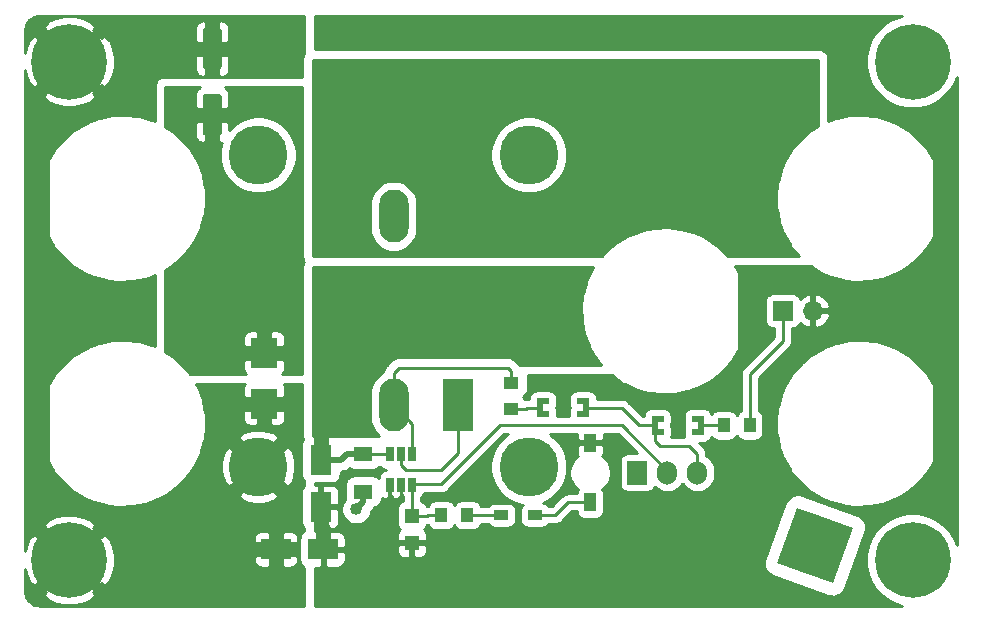
<source format=gbr>
G04 #@! TF.GenerationSoftware,KiCad,Pcbnew,(5.1.5-1-g2528d3844)*
G04 #@! TF.CreationDate,2019-12-26T13:43:01-05:00*
G04 #@! TF.ProjectId,diode-or,64696f64-652d-46f7-922e-6b696361645f,rev?*
G04 #@! TF.SameCoordinates,Original*
G04 #@! TF.FileFunction,Copper,L2,Bot*
G04 #@! TF.FilePolarity,Positive*
%FSLAX46Y46*%
G04 Gerber Fmt 4.6, Leading zero omitted, Abs format (unit mm)*
G04 Created by KiCad (PCBNEW (5.1.5-1-g2528d3844)) date 2019-12-26 13:43:01*
%MOMM*%
%LPD*%
G04 APERTURE LIST*
%ADD10C,0.100000*%
%ADD11O,1.700000X2.000000*%
%ADD12R,1.700000X2.000000*%
%ADD13R,1.260000X0.830000*%
%ADD14R,0.650000X1.220000*%
%ADD15C,5.000000*%
%ADD16R,1.000000X1.000000*%
%ADD17R,5.000000X5.000000*%
%ADD18C,0.800000*%
%ADD19C,6.400000*%
%ADD20R,1.000000X1.500000*%
%ADD21R,1.100000X0.575000*%
%ADD22R,0.600000X1.650000*%
%ADD23R,1.000000X1.300000*%
%ADD24R,1.300000X1.000000*%
%ADD25O,2.500000X4.500000*%
%ADD26R,2.500000X4.500000*%
%ADD27R,2.500000X1.800000*%
%ADD28R,1.800000X2.500000*%
%ADD29R,2.300000X2.500000*%
%ADD30R,1.600000X1.200000*%
%ADD31R,1.250000X1.300000*%
%ADD32O,1.700000X1.700000*%
%ADD33R,1.700000X1.700000*%
%ADD34C,1.016000*%
%ADD35C,0.254000*%
%ADD36C,1.270000*%
%ADD37C,0.508000*%
G04 APERTURE END LIST*
G04 #@! TA.AperFunction,SMDPad,CuDef*
D10*
G36*
X137174504Y-70351204D02*
G01*
X137198773Y-70354804D01*
X137222571Y-70360765D01*
X137245671Y-70369030D01*
X137267849Y-70379520D01*
X137288893Y-70392133D01*
X137308598Y-70406747D01*
X137326777Y-70423223D01*
X137343253Y-70441402D01*
X137357867Y-70461107D01*
X137370480Y-70482151D01*
X137380970Y-70504329D01*
X137389235Y-70527429D01*
X137395196Y-70551227D01*
X137398796Y-70575496D01*
X137400000Y-70600000D01*
X137400000Y-73600000D01*
X137398796Y-73624504D01*
X137395196Y-73648773D01*
X137389235Y-73672571D01*
X137380970Y-73695671D01*
X137370480Y-73717849D01*
X137357867Y-73738893D01*
X137343253Y-73758598D01*
X137326777Y-73776777D01*
X137308598Y-73793253D01*
X137288893Y-73807867D01*
X137267849Y-73820480D01*
X137245671Y-73830970D01*
X137222571Y-73839235D01*
X137198773Y-73845196D01*
X137174504Y-73848796D01*
X137150000Y-73850000D01*
X136050000Y-73850000D01*
X136025496Y-73848796D01*
X136001227Y-73845196D01*
X135977429Y-73839235D01*
X135954329Y-73830970D01*
X135932151Y-73820480D01*
X135911107Y-73807867D01*
X135891402Y-73793253D01*
X135873223Y-73776777D01*
X135856747Y-73758598D01*
X135842133Y-73738893D01*
X135829520Y-73717849D01*
X135819030Y-73695671D01*
X135810765Y-73672571D01*
X135804804Y-73648773D01*
X135801204Y-73624504D01*
X135800000Y-73600000D01*
X135800000Y-70600000D01*
X135801204Y-70575496D01*
X135804804Y-70551227D01*
X135810765Y-70527429D01*
X135819030Y-70504329D01*
X135829520Y-70482151D01*
X135842133Y-70461107D01*
X135856747Y-70441402D01*
X135873223Y-70423223D01*
X135891402Y-70406747D01*
X135911107Y-70392133D01*
X135932151Y-70379520D01*
X135954329Y-70369030D01*
X135977429Y-70360765D01*
X136001227Y-70354804D01*
X136025496Y-70351204D01*
X136050000Y-70350000D01*
X137150000Y-70350000D01*
X137174504Y-70351204D01*
G37*
G04 #@! TD.AperFunction*
G04 #@! TA.AperFunction,SMDPad,CuDef*
G36*
X137174504Y-75951204D02*
G01*
X137198773Y-75954804D01*
X137222571Y-75960765D01*
X137245671Y-75969030D01*
X137267849Y-75979520D01*
X137288893Y-75992133D01*
X137308598Y-76006747D01*
X137326777Y-76023223D01*
X137343253Y-76041402D01*
X137357867Y-76061107D01*
X137370480Y-76082151D01*
X137380970Y-76104329D01*
X137389235Y-76127429D01*
X137395196Y-76151227D01*
X137398796Y-76175496D01*
X137400000Y-76200000D01*
X137400000Y-79200000D01*
X137398796Y-79224504D01*
X137395196Y-79248773D01*
X137389235Y-79272571D01*
X137380970Y-79295671D01*
X137370480Y-79317849D01*
X137357867Y-79338893D01*
X137343253Y-79358598D01*
X137326777Y-79376777D01*
X137308598Y-79393253D01*
X137288893Y-79407867D01*
X137267849Y-79420480D01*
X137245671Y-79430970D01*
X137222571Y-79439235D01*
X137198773Y-79445196D01*
X137174504Y-79448796D01*
X137150000Y-79450000D01*
X136050000Y-79450000D01*
X136025496Y-79448796D01*
X136001227Y-79445196D01*
X135977429Y-79439235D01*
X135954329Y-79430970D01*
X135932151Y-79420480D01*
X135911107Y-79407867D01*
X135891402Y-79393253D01*
X135873223Y-79376777D01*
X135856747Y-79358598D01*
X135842133Y-79338893D01*
X135829520Y-79317849D01*
X135819030Y-79295671D01*
X135810765Y-79272571D01*
X135804804Y-79248773D01*
X135801204Y-79224504D01*
X135800000Y-79200000D01*
X135800000Y-76200000D01*
X135801204Y-76175496D01*
X135804804Y-76151227D01*
X135810765Y-76127429D01*
X135819030Y-76104329D01*
X135829520Y-76082151D01*
X135842133Y-76061107D01*
X135856747Y-76041402D01*
X135873223Y-76023223D01*
X135891402Y-76006747D01*
X135911107Y-75992133D01*
X135932151Y-75979520D01*
X135954329Y-75969030D01*
X135977429Y-75960765D01*
X136001227Y-75954804D01*
X136025496Y-75951204D01*
X136050000Y-75950000D01*
X137150000Y-75950000D01*
X137174504Y-75951204D01*
G37*
G04 #@! TD.AperFunction*
D11*
X177680000Y-108000000D03*
X175140000Y-108000000D03*
D12*
X172600000Y-108000000D03*
D13*
X163930000Y-111600000D03*
X161070000Y-111600000D03*
D14*
X153550000Y-106390000D03*
X152600000Y-106390000D03*
X151650000Y-106390000D03*
X151650000Y-109010000D03*
X152600000Y-109010000D03*
X153550000Y-109010000D03*
D15*
X140501109Y-107500000D03*
X163401109Y-107500000D03*
X163401109Y-81100000D03*
X140501109Y-81100000D03*
G04 #@! TA.AperFunction,ComponentPad*
D10*
G36*
X133147425Y-116681860D02*
G01*
X132207733Y-117023880D01*
X131865713Y-116084188D01*
X132805405Y-115742168D01*
X133147425Y-116681860D01*
G37*
G04 #@! TD.AperFunction*
G04 #@! TA.AperFunction,ComponentPad*
G36*
X134087118Y-116339840D02*
G01*
X133147426Y-116681860D01*
X132805406Y-115742168D01*
X133745098Y-115400148D01*
X134087118Y-116339840D01*
G37*
G04 #@! TD.AperFunction*
G04 #@! TA.AperFunction,ComponentPad*
G36*
X135026810Y-115997820D02*
G01*
X134087118Y-116339840D01*
X133745098Y-115400148D01*
X134684790Y-115058128D01*
X135026810Y-115997820D01*
G37*
G04 #@! TD.AperFunction*
G04 #@! TA.AperFunction,ComponentPad*
G36*
X135966503Y-115655800D02*
G01*
X135026811Y-115997820D01*
X134684791Y-115058128D01*
X135624483Y-114716108D01*
X135966503Y-115655800D01*
G37*
G04 #@! TD.AperFunction*
G04 #@! TA.AperFunction,ComponentPad*
G36*
X135624483Y-114716107D02*
G01*
X134684791Y-115058127D01*
X134342771Y-114118435D01*
X135282463Y-113776415D01*
X135624483Y-114716107D01*
G37*
G04 #@! TD.AperFunction*
G04 #@! TA.AperFunction,ComponentPad*
G36*
X135282463Y-113776415D02*
G01*
X134342771Y-114118435D01*
X134000751Y-113178743D01*
X134940443Y-112836723D01*
X135282463Y-113776415D01*
G37*
G04 #@! TD.AperFunction*
G04 #@! TA.AperFunction,ComponentPad*
G36*
X134940443Y-112836722D02*
G01*
X134000751Y-113178742D01*
X133658731Y-112239050D01*
X134598423Y-111897030D01*
X134940443Y-112836722D01*
G37*
G04 #@! TD.AperFunction*
G04 #@! TA.AperFunction,ComponentPad*
G36*
X134598423Y-111897029D02*
G01*
X133658731Y-112239049D01*
X133316711Y-111299357D01*
X134256403Y-110957337D01*
X134598423Y-111897029D01*
G37*
G04 #@! TD.AperFunction*
G04 #@! TA.AperFunction,ComponentPad*
G36*
X133658730Y-112239049D02*
G01*
X132719038Y-112581069D01*
X132377018Y-111641377D01*
X133316710Y-111299357D01*
X133658730Y-112239049D01*
G37*
G04 #@! TD.AperFunction*
G04 #@! TA.AperFunction,ComponentPad*
G36*
X132719037Y-112581070D02*
G01*
X131779345Y-112923090D01*
X131437325Y-111983398D01*
X132377017Y-111641378D01*
X132719037Y-112581070D01*
G37*
G04 #@! TD.AperFunction*
G04 #@! TA.AperFunction,ComponentPad*
G36*
X131779345Y-112923090D02*
G01*
X130839653Y-113265110D01*
X130497633Y-112325418D01*
X131437325Y-111983398D01*
X131779345Y-112923090D01*
G37*
G04 #@! TD.AperFunction*
G04 #@! TA.AperFunction,ComponentPad*
G36*
X130839652Y-113265110D02*
G01*
X129899960Y-113607130D01*
X129557940Y-112667438D01*
X130497632Y-112325418D01*
X130839652Y-113265110D01*
G37*
G04 #@! TD.AperFunction*
G04 #@! TA.AperFunction,ComponentPad*
G36*
X131181672Y-114204802D02*
G01*
X130241980Y-114546822D01*
X129899960Y-113607130D01*
X130839652Y-113265110D01*
X131181672Y-114204802D01*
G37*
G04 #@! TD.AperFunction*
G04 #@! TA.AperFunction,ComponentPad*
G36*
X131523692Y-115144495D02*
G01*
X130584000Y-115486515D01*
X130241980Y-114546823D01*
X131181672Y-114204803D01*
X131523692Y-115144495D01*
G37*
G04 #@! TD.AperFunction*
G04 #@! TA.AperFunction,ComponentPad*
G36*
X131865712Y-116084188D02*
G01*
X130926020Y-116426208D01*
X130584000Y-115486516D01*
X131523692Y-115144496D01*
X131865712Y-116084188D01*
G37*
G04 #@! TD.AperFunction*
G04 #@! TA.AperFunction,ComponentPad*
G36*
X132207733Y-117023880D02*
G01*
X131268041Y-117365900D01*
X130926021Y-116426208D01*
X131865713Y-116084188D01*
X132207733Y-117023880D01*
G37*
G04 #@! TD.AperFunction*
G04 #@! TA.AperFunction,ComponentPad*
G36*
X135966504Y-115655800D02*
G01*
X131268041Y-117365901D01*
X129557940Y-112667438D01*
X134256403Y-110957337D01*
X135966504Y-115655800D01*
G37*
G04 #@! TD.AperFunction*
G04 #@! TA.AperFunction,ComponentPad*
G36*
X186312882Y-116339840D02*
G01*
X185373190Y-115997820D01*
X185715210Y-115058128D01*
X186654902Y-115400148D01*
X186312882Y-116339840D01*
G37*
G04 #@! TD.AperFunction*
G04 #@! TA.AperFunction,ComponentPad*
G36*
X187252574Y-116681860D02*
G01*
X186312882Y-116339840D01*
X186654902Y-115400148D01*
X187594594Y-115742168D01*
X187252574Y-116681860D01*
G37*
G04 #@! TD.AperFunction*
G04 #@! TA.AperFunction,ComponentPad*
G36*
X188192267Y-117023880D02*
G01*
X187252575Y-116681860D01*
X187594595Y-115742168D01*
X188534287Y-116084188D01*
X188192267Y-117023880D01*
G37*
G04 #@! TD.AperFunction*
G04 #@! TA.AperFunction,ComponentPad*
G36*
X189131959Y-117365900D02*
G01*
X188192267Y-117023880D01*
X188534287Y-116084188D01*
X189473979Y-116426208D01*
X189131959Y-117365900D01*
G37*
G04 #@! TD.AperFunction*
G04 #@! TA.AperFunction,ComponentPad*
G36*
X189473980Y-116426208D02*
G01*
X188534288Y-116084188D01*
X188876308Y-115144496D01*
X189816000Y-115486516D01*
X189473980Y-116426208D01*
G37*
G04 #@! TD.AperFunction*
G04 #@! TA.AperFunction,ComponentPad*
G36*
X189816000Y-115486515D02*
G01*
X188876308Y-115144495D01*
X189218328Y-114204803D01*
X190158020Y-114546823D01*
X189816000Y-115486515D01*
G37*
G04 #@! TD.AperFunction*
G04 #@! TA.AperFunction,ComponentPad*
G36*
X190158020Y-114546822D02*
G01*
X189218328Y-114204802D01*
X189560348Y-113265110D01*
X190500040Y-113607130D01*
X190158020Y-114546822D01*
G37*
G04 #@! TD.AperFunction*
G04 #@! TA.AperFunction,ComponentPad*
G36*
X190500040Y-113607130D02*
G01*
X189560348Y-113265110D01*
X189902368Y-112325418D01*
X190842060Y-112667438D01*
X190500040Y-113607130D01*
G37*
G04 #@! TD.AperFunction*
G04 #@! TA.AperFunction,ComponentPad*
G36*
X189560347Y-113265110D02*
G01*
X188620655Y-112923090D01*
X188962675Y-111983398D01*
X189902367Y-112325418D01*
X189560347Y-113265110D01*
G37*
G04 #@! TD.AperFunction*
G04 #@! TA.AperFunction,ComponentPad*
G36*
X188620655Y-112923090D02*
G01*
X187680963Y-112581070D01*
X188022983Y-111641378D01*
X188962675Y-111983398D01*
X188620655Y-112923090D01*
G37*
G04 #@! TD.AperFunction*
G04 #@! TA.AperFunction,ComponentPad*
G36*
X187680962Y-112581069D02*
G01*
X186741270Y-112239049D01*
X187083290Y-111299357D01*
X188022982Y-111641377D01*
X187680962Y-112581069D01*
G37*
G04 #@! TD.AperFunction*
G04 #@! TA.AperFunction,ComponentPad*
G36*
X186741269Y-112239049D02*
G01*
X185801577Y-111897029D01*
X186143597Y-110957337D01*
X187083289Y-111299357D01*
X186741269Y-112239049D01*
G37*
G04 #@! TD.AperFunction*
G04 #@! TA.AperFunction,ComponentPad*
G36*
X186399249Y-113178742D02*
G01*
X185459557Y-112836722D01*
X185801577Y-111897030D01*
X186741269Y-112239050D01*
X186399249Y-113178742D01*
G37*
G04 #@! TD.AperFunction*
G04 #@! TA.AperFunction,ComponentPad*
G36*
X186057229Y-114118435D02*
G01*
X185117537Y-113776415D01*
X185459557Y-112836723D01*
X186399249Y-113178743D01*
X186057229Y-114118435D01*
G37*
G04 #@! TD.AperFunction*
G04 #@! TA.AperFunction,ComponentPad*
G36*
X185715209Y-115058127D02*
G01*
X184775517Y-114716107D01*
X185117537Y-113776415D01*
X186057229Y-114118435D01*
X185715209Y-115058127D01*
G37*
G04 #@! TD.AperFunction*
G04 #@! TA.AperFunction,ComponentPad*
G36*
X185373189Y-115997820D02*
G01*
X184433497Y-115655800D01*
X184775517Y-114716108D01*
X185715209Y-115058128D01*
X185373189Y-115997820D01*
G37*
G04 #@! TD.AperFunction*
G04 #@! TA.AperFunction,ComponentPad*
G36*
X189131959Y-117365901D02*
G01*
X184433496Y-115655800D01*
X186143597Y-110957337D01*
X190842060Y-112667438D01*
X189131959Y-117365901D01*
G37*
G04 #@! TD.AperFunction*
D16*
X161902216Y-93300000D03*
X161902216Y-94300000D03*
X161902216Y-95300000D03*
X161902216Y-96300000D03*
X162902216Y-96300000D03*
X163902216Y-96300000D03*
X164902216Y-96300000D03*
X165902216Y-96300000D03*
X165902216Y-95300000D03*
X165902216Y-94300000D03*
X165902216Y-93300000D03*
X165902216Y-92300000D03*
X164902216Y-92300000D03*
X163902216Y-92300000D03*
X162902216Y-92300000D03*
X161902216Y-92300000D03*
D17*
X163902216Y-94300000D03*
G04 #@! TA.AperFunction,ComponentPad*
D10*
G36*
X138192388Y-94674495D02*
G01*
X137485281Y-95381602D01*
X136778174Y-94674495D01*
X137485281Y-93967388D01*
X138192388Y-94674495D01*
G37*
G04 #@! TD.AperFunction*
G04 #@! TA.AperFunction,ComponentPad*
G36*
X138899495Y-93967388D02*
G01*
X138192388Y-94674495D01*
X137485281Y-93967388D01*
X138192388Y-93260281D01*
X138899495Y-93967388D01*
G37*
G04 #@! TD.AperFunction*
G04 #@! TA.AperFunction,ComponentPad*
G36*
X139606602Y-93260281D02*
G01*
X138899495Y-93967388D01*
X138192388Y-93260281D01*
X138899495Y-92553174D01*
X139606602Y-93260281D01*
G37*
G04 #@! TD.AperFunction*
G04 #@! TA.AperFunction,ComponentPad*
G36*
X140313709Y-92553175D02*
G01*
X139606602Y-93260282D01*
X138899495Y-92553175D01*
X139606602Y-91846068D01*
X140313709Y-92553175D01*
G37*
G04 #@! TD.AperFunction*
G04 #@! TA.AperFunction,ComponentPad*
G36*
X139606602Y-91846068D02*
G01*
X138899495Y-92553175D01*
X138192388Y-91846068D01*
X138899495Y-91138961D01*
X139606602Y-91846068D01*
G37*
G04 #@! TD.AperFunction*
G04 #@! TA.AperFunction,ComponentPad*
G36*
X138899495Y-91138961D02*
G01*
X138192388Y-91846068D01*
X137485281Y-91138961D01*
X138192388Y-90431854D01*
X138899495Y-91138961D01*
G37*
G04 #@! TD.AperFunction*
G04 #@! TA.AperFunction,ComponentPad*
G36*
X138192388Y-90431854D02*
G01*
X137485281Y-91138961D01*
X136778174Y-90431854D01*
X137485281Y-89724747D01*
X138192388Y-90431854D01*
G37*
G04 #@! TD.AperFunction*
G04 #@! TA.AperFunction,ComponentPad*
G36*
X137485282Y-89724747D02*
G01*
X136778175Y-90431854D01*
X136071068Y-89724747D01*
X136778175Y-89017640D01*
X137485282Y-89724747D01*
G37*
G04 #@! TD.AperFunction*
G04 #@! TA.AperFunction,ComponentPad*
G36*
X136778175Y-90431854D02*
G01*
X136071068Y-91138961D01*
X135363961Y-90431854D01*
X136071068Y-89724747D01*
X136778175Y-90431854D01*
G37*
G04 #@! TD.AperFunction*
G04 #@! TA.AperFunction,ComponentPad*
G36*
X136071068Y-91138961D02*
G01*
X135363961Y-91846068D01*
X134656854Y-91138961D01*
X135363961Y-90431854D01*
X136071068Y-91138961D01*
G37*
G04 #@! TD.AperFunction*
G04 #@! TA.AperFunction,ComponentPad*
G36*
X135363961Y-91846068D02*
G01*
X134656854Y-92553175D01*
X133949747Y-91846068D01*
X134656854Y-91138961D01*
X135363961Y-91846068D01*
G37*
G04 #@! TD.AperFunction*
G04 #@! TA.AperFunction,ComponentPad*
G36*
X134656854Y-92553175D02*
G01*
X133949747Y-93260282D01*
X133242640Y-92553175D01*
X133949747Y-91846068D01*
X134656854Y-92553175D01*
G37*
G04 #@! TD.AperFunction*
G04 #@! TA.AperFunction,ComponentPad*
G36*
X135363961Y-93260281D02*
G01*
X134656854Y-93967388D01*
X133949747Y-93260281D01*
X134656854Y-92553174D01*
X135363961Y-93260281D01*
G37*
G04 #@! TD.AperFunction*
G04 #@! TA.AperFunction,ComponentPad*
G36*
X136071068Y-93967388D02*
G01*
X135363961Y-94674495D01*
X134656854Y-93967388D01*
X135363961Y-93260281D01*
X136071068Y-93967388D01*
G37*
G04 #@! TD.AperFunction*
G04 #@! TA.AperFunction,ComponentPad*
G36*
X136778175Y-94674495D02*
G01*
X136071068Y-95381602D01*
X135363961Y-94674495D01*
X136071068Y-93967388D01*
X136778175Y-94674495D01*
G37*
G04 #@! TD.AperFunction*
G04 #@! TA.AperFunction,ComponentPad*
G36*
X137485282Y-95381602D02*
G01*
X136778175Y-96088709D01*
X136071068Y-95381602D01*
X136778175Y-94674495D01*
X137485282Y-95381602D01*
G37*
G04 #@! TD.AperFunction*
G04 #@! TA.AperFunction,ComponentPad*
G36*
X140313709Y-92553175D02*
G01*
X136778175Y-96088709D01*
X133242641Y-92553175D01*
X136778175Y-89017641D01*
X140313709Y-92553175D01*
G37*
G04 #@! TD.AperFunction*
G04 #@! TA.AperFunction,ComponentPad*
G36*
X182207612Y-74875505D02*
G01*
X182914719Y-74168398D01*
X183621826Y-74875505D01*
X182914719Y-75582612D01*
X182207612Y-74875505D01*
G37*
G04 #@! TD.AperFunction*
G04 #@! TA.AperFunction,ComponentPad*
G36*
X181500505Y-75582612D02*
G01*
X182207612Y-74875505D01*
X182914719Y-75582612D01*
X182207612Y-76289719D01*
X181500505Y-75582612D01*
G37*
G04 #@! TD.AperFunction*
G04 #@! TA.AperFunction,ComponentPad*
G36*
X180793398Y-76289719D02*
G01*
X181500505Y-75582612D01*
X182207612Y-76289719D01*
X181500505Y-76996826D01*
X180793398Y-76289719D01*
G37*
G04 #@! TD.AperFunction*
G04 #@! TA.AperFunction,ComponentPad*
G36*
X180086291Y-76996825D02*
G01*
X180793398Y-76289718D01*
X181500505Y-76996825D01*
X180793398Y-77703932D01*
X180086291Y-76996825D01*
G37*
G04 #@! TD.AperFunction*
G04 #@! TA.AperFunction,ComponentPad*
G36*
X180793398Y-77703932D02*
G01*
X181500505Y-76996825D01*
X182207612Y-77703932D01*
X181500505Y-78411039D01*
X180793398Y-77703932D01*
G37*
G04 #@! TD.AperFunction*
G04 #@! TA.AperFunction,ComponentPad*
G36*
X181500505Y-78411039D02*
G01*
X182207612Y-77703932D01*
X182914719Y-78411039D01*
X182207612Y-79118146D01*
X181500505Y-78411039D01*
G37*
G04 #@! TD.AperFunction*
G04 #@! TA.AperFunction,ComponentPad*
G36*
X182207612Y-79118146D02*
G01*
X182914719Y-78411039D01*
X183621826Y-79118146D01*
X182914719Y-79825253D01*
X182207612Y-79118146D01*
G37*
G04 #@! TD.AperFunction*
G04 #@! TA.AperFunction,ComponentPad*
G36*
X182914718Y-79825253D02*
G01*
X183621825Y-79118146D01*
X184328932Y-79825253D01*
X183621825Y-80532360D01*
X182914718Y-79825253D01*
G37*
G04 #@! TD.AperFunction*
G04 #@! TA.AperFunction,ComponentPad*
G36*
X183621825Y-79118146D02*
G01*
X184328932Y-78411039D01*
X185036039Y-79118146D01*
X184328932Y-79825253D01*
X183621825Y-79118146D01*
G37*
G04 #@! TD.AperFunction*
G04 #@! TA.AperFunction,ComponentPad*
G36*
X184328932Y-78411039D02*
G01*
X185036039Y-77703932D01*
X185743146Y-78411039D01*
X185036039Y-79118146D01*
X184328932Y-78411039D01*
G37*
G04 #@! TD.AperFunction*
G04 #@! TA.AperFunction,ComponentPad*
G36*
X185036039Y-77703932D02*
G01*
X185743146Y-76996825D01*
X186450253Y-77703932D01*
X185743146Y-78411039D01*
X185036039Y-77703932D01*
G37*
G04 #@! TD.AperFunction*
G04 #@! TA.AperFunction,ComponentPad*
G36*
X185743146Y-76996825D02*
G01*
X186450253Y-76289718D01*
X187157360Y-76996825D01*
X186450253Y-77703932D01*
X185743146Y-76996825D01*
G37*
G04 #@! TD.AperFunction*
G04 #@! TA.AperFunction,ComponentPad*
G36*
X185036039Y-76289719D02*
G01*
X185743146Y-75582612D01*
X186450253Y-76289719D01*
X185743146Y-76996826D01*
X185036039Y-76289719D01*
G37*
G04 #@! TD.AperFunction*
G04 #@! TA.AperFunction,ComponentPad*
G36*
X184328932Y-75582612D02*
G01*
X185036039Y-74875505D01*
X185743146Y-75582612D01*
X185036039Y-76289719D01*
X184328932Y-75582612D01*
G37*
G04 #@! TD.AperFunction*
G04 #@! TA.AperFunction,ComponentPad*
G36*
X183621825Y-74875505D02*
G01*
X184328932Y-74168398D01*
X185036039Y-74875505D01*
X184328932Y-75582612D01*
X183621825Y-74875505D01*
G37*
G04 #@! TD.AperFunction*
G04 #@! TA.AperFunction,ComponentPad*
G36*
X182914718Y-74168398D02*
G01*
X183621825Y-73461291D01*
X184328932Y-74168398D01*
X183621825Y-74875505D01*
X182914718Y-74168398D01*
G37*
G04 #@! TD.AperFunction*
G04 #@! TA.AperFunction,ComponentPad*
G36*
X180086291Y-76996825D02*
G01*
X183621825Y-73461291D01*
X187157359Y-76996825D01*
X183621825Y-80532359D01*
X180086291Y-76996825D01*
G37*
G04 #@! TD.AperFunction*
D18*
X197597056Y-113702944D03*
X195900000Y-113000000D03*
X194202944Y-113702944D03*
X193500000Y-115400000D03*
X194202944Y-117097056D03*
X195900000Y-117800000D03*
X197597056Y-117097056D03*
X198300000Y-115400000D03*
D19*
X195900000Y-115400000D03*
D18*
X126197056Y-113702944D03*
X124500000Y-113000000D03*
X122802944Y-113702944D03*
X122100000Y-115400000D03*
X122802944Y-117097056D03*
X124500000Y-117800000D03*
X126197056Y-117097056D03*
X126900000Y-115400000D03*
D19*
X124500000Y-115400000D03*
D18*
X197597056Y-71502944D03*
X195900000Y-70800000D03*
X194202944Y-71502944D03*
X193500000Y-73200000D03*
X194202944Y-74897056D03*
X195900000Y-75600000D03*
X197597056Y-74897056D03*
X198300000Y-73200000D03*
D19*
X195900000Y-73200000D03*
D18*
X126197056Y-71502944D03*
X124500000Y-70800000D03*
X122802944Y-71502944D03*
X122100000Y-73200000D03*
X122802944Y-74897056D03*
X124500000Y-75600000D03*
X126197056Y-74897056D03*
X126900000Y-73200000D03*
D19*
X124500000Y-73200000D03*
D20*
X168600000Y-110525000D03*
X168600000Y-105475000D03*
D21*
X177700000Y-103462500D03*
X177700000Y-104537500D03*
X174300000Y-104537500D03*
X174300000Y-103462500D03*
D22*
X177950000Y-104000000D03*
X174050000Y-104000000D03*
D21*
X164600000Y-103037500D03*
X164600000Y-101962500D03*
X168000000Y-101962500D03*
X168000000Y-103037500D03*
D22*
X164350000Y-102500000D03*
X168250000Y-102500000D03*
D23*
X156000000Y-111600000D03*
X158200000Y-111600000D03*
X182100000Y-104000000D03*
X179900000Y-104000000D03*
D24*
X161900000Y-100400000D03*
X161900000Y-102600000D03*
D25*
X146501109Y-102300000D03*
X151951109Y-102300000D03*
D26*
X157401109Y-102300000D03*
D27*
X146000000Y-114500000D03*
X142000000Y-114500000D03*
D28*
X145800000Y-110900000D03*
X145800000Y-106900000D03*
D29*
X141000000Y-102150000D03*
X141000000Y-97850000D03*
D25*
X157401109Y-86300000D03*
X151951109Y-86300000D03*
D26*
X146501109Y-86300000D03*
D30*
X149400000Y-109600000D03*
X149400000Y-106400000D03*
D31*
X153500000Y-111650000D03*
X153500000Y-113950000D03*
D32*
X187440000Y-94300000D03*
D33*
X184900000Y-94300000D03*
D34*
X148800000Y-111100000D03*
D35*
X152600000Y-109010000D02*
X152600000Y-110150000D01*
D36*
X145800000Y-110900000D02*
X145800000Y-112550000D01*
X146000000Y-112750000D02*
X146000000Y-114500000D01*
X145800000Y-112550000D02*
X146000000Y-112750000D01*
D35*
X163250000Y-102500000D02*
X164350000Y-102500000D01*
X163150000Y-102600000D02*
X163250000Y-102500000D01*
X161900000Y-102600000D02*
X163150000Y-102600000D01*
X177950000Y-104000000D02*
X179900000Y-104000000D01*
X163930000Y-111600000D02*
X165650000Y-111600000D01*
X166725000Y-110525000D02*
X168600000Y-110525000D01*
X165650000Y-111600000D02*
X166725000Y-110525000D01*
X158200000Y-111600000D02*
X161070000Y-111600000D01*
X182100000Y-104000000D02*
X182100000Y-99650000D01*
X184900000Y-96850000D02*
X184900000Y-94300000D01*
X182100000Y-99650000D02*
X184900000Y-96850000D01*
D37*
X149400000Y-110500000D02*
X149400000Y-109600000D01*
X148800000Y-111100000D02*
X149400000Y-110500000D01*
D35*
X153550000Y-103898891D02*
X151951109Y-102300000D01*
X153550000Y-106390000D02*
X153550000Y-103898891D01*
X161900000Y-99400000D02*
X161900000Y-100400000D01*
X151951109Y-102300000D02*
X151951109Y-99548891D01*
X151951109Y-99548891D02*
X152400000Y-99100000D01*
X152400000Y-99100000D02*
X161600000Y-99100000D01*
X161600000Y-99100000D02*
X161900000Y-99400000D01*
X153550000Y-109010000D02*
X153550000Y-110200000D01*
X153500000Y-110250000D02*
X153500000Y-111650000D01*
X153550000Y-110200000D02*
X153500000Y-110250000D01*
X153560000Y-109000000D02*
X153550000Y-109010000D01*
X156000000Y-109000000D02*
X153560000Y-109000000D01*
X175140000Y-108000000D02*
X175140000Y-107890000D01*
X175140000Y-107890000D02*
X171250000Y-104000000D01*
X171250000Y-104000000D02*
X161000000Y-104000000D01*
X161000000Y-104000000D02*
X156000000Y-109000000D01*
X154850000Y-111600000D02*
X156000000Y-111600000D01*
X154800000Y-111650000D02*
X154850000Y-111600000D01*
X153500000Y-111650000D02*
X154800000Y-111650000D01*
X149410000Y-106390000D02*
X149400000Y-106400000D01*
X151650000Y-106390000D02*
X149410000Y-106390000D01*
D36*
X145800000Y-103001109D02*
X146501109Y-102300000D01*
X145800000Y-106900000D02*
X145800000Y-103001109D01*
D37*
X147500000Y-106900000D02*
X145800000Y-106900000D01*
X148000000Y-106400000D02*
X147500000Y-106900000D01*
X149400000Y-106400000D02*
X148000000Y-106400000D01*
D35*
X172750000Y-104000000D02*
X174050000Y-104000000D01*
X171250000Y-102500000D02*
X172750000Y-104000000D01*
X168250000Y-102500000D02*
X171250000Y-102500000D01*
X177680000Y-106430000D02*
X177680000Y-108000000D01*
X174050000Y-104000000D02*
X174050000Y-105300000D01*
X174050000Y-105300000D02*
X174500000Y-105750000D01*
X174500000Y-105750000D02*
X177000000Y-105750000D01*
X177000000Y-105750000D02*
X177680000Y-106430000D01*
X157401109Y-106348891D02*
X157401109Y-102300000D01*
X152600000Y-106390000D02*
X152600000Y-107350000D01*
X152600000Y-107350000D02*
X153000000Y-107750000D01*
X153000000Y-107750000D02*
X156000000Y-107750000D01*
X156000000Y-107750000D02*
X157401109Y-106348891D01*
G36*
X168739816Y-90808114D02*
G01*
X168683775Y-90908918D01*
X168683775Y-90908919D01*
X168269434Y-91815116D01*
X168230172Y-91922574D01*
X168229853Y-91923447D01*
X167962377Y-92883294D01*
X167962373Y-92883306D01*
X167940226Y-92996494D01*
X167826195Y-93986378D01*
X167822026Y-94101637D01*
X167864250Y-95097172D01*
X167878163Y-95211664D01*
X167878166Y-95211674D01*
X168075605Y-96188338D01*
X168107257Y-96299245D01*
X168455052Y-97233004D01*
X168455053Y-97233008D01*
X168477648Y-97281620D01*
X168503665Y-97337596D01*
X168503666Y-97337597D01*
X168993252Y-98205455D01*
X169057627Y-98301152D01*
X169511335Y-98873000D01*
X162617551Y-98873000D01*
X162531659Y-98768341D01*
X162497737Y-98740502D01*
X162259499Y-98502264D01*
X162231659Y-98468341D01*
X162096291Y-98357247D01*
X161941851Y-98274697D01*
X161774274Y-98223864D01*
X161643667Y-98211000D01*
X161643660Y-98211000D01*
X161600000Y-98206700D01*
X161556340Y-98211000D01*
X152443660Y-98211000D01*
X152400000Y-98206700D01*
X152356340Y-98211000D01*
X152356333Y-98211000D01*
X152242325Y-98222229D01*
X152225725Y-98223864D01*
X152167725Y-98241458D01*
X152058149Y-98274697D01*
X151903709Y-98357247D01*
X151768341Y-98468341D01*
X151740501Y-98502264D01*
X151353368Y-98889397D01*
X151319451Y-98917232D01*
X151291616Y-98951149D01*
X151291614Y-98951151D01*
X151208357Y-99052600D01*
X151125807Y-99207039D01*
X151074973Y-99374617D01*
X151063298Y-99493163D01*
X150827894Y-99618989D01*
X150521527Y-99870417D01*
X150270099Y-100176784D01*
X150083270Y-100526316D01*
X149968222Y-100905579D01*
X149939110Y-101201159D01*
X149939109Y-103398840D01*
X149968221Y-103694420D01*
X150083269Y-104073683D01*
X150270098Y-104423216D01*
X150521526Y-104729583D01*
X150696281Y-104873000D01*
X145127000Y-104873000D01*
X145127000Y-90627000D01*
X168860017Y-90627000D01*
X168739816Y-90808114D01*
G37*
X168739816Y-90808114D02*
X168683775Y-90908918D01*
X168683775Y-90908919D01*
X168269434Y-91815116D01*
X168230172Y-91922574D01*
X168229853Y-91923447D01*
X167962377Y-92883294D01*
X167962373Y-92883306D01*
X167940226Y-92996494D01*
X167826195Y-93986378D01*
X167822026Y-94101637D01*
X167864250Y-95097172D01*
X167878163Y-95211664D01*
X167878166Y-95211674D01*
X168075605Y-96188338D01*
X168107257Y-96299245D01*
X168455052Y-97233004D01*
X168455053Y-97233008D01*
X168477648Y-97281620D01*
X168503665Y-97337596D01*
X168503666Y-97337597D01*
X168993252Y-98205455D01*
X169057627Y-98301152D01*
X169511335Y-98873000D01*
X162617551Y-98873000D01*
X162531659Y-98768341D01*
X162497737Y-98740502D01*
X162259499Y-98502264D01*
X162231659Y-98468341D01*
X162096291Y-98357247D01*
X161941851Y-98274697D01*
X161774274Y-98223864D01*
X161643667Y-98211000D01*
X161643660Y-98211000D01*
X161600000Y-98206700D01*
X161556340Y-98211000D01*
X152443660Y-98211000D01*
X152400000Y-98206700D01*
X152356340Y-98211000D01*
X152356333Y-98211000D01*
X152242325Y-98222229D01*
X152225725Y-98223864D01*
X152167725Y-98241458D01*
X152058149Y-98274697D01*
X151903709Y-98357247D01*
X151768341Y-98468341D01*
X151740501Y-98502264D01*
X151353368Y-98889397D01*
X151319451Y-98917232D01*
X151291616Y-98951149D01*
X151291614Y-98951151D01*
X151208357Y-99052600D01*
X151125807Y-99207039D01*
X151074973Y-99374617D01*
X151063298Y-99493163D01*
X150827894Y-99618989D01*
X150521527Y-99870417D01*
X150270099Y-100176784D01*
X150083270Y-100526316D01*
X149968222Y-100905579D01*
X149939110Y-101201159D01*
X149939109Y-103398840D01*
X149968221Y-103694420D01*
X150083269Y-104073683D01*
X150270098Y-104423216D01*
X150521526Y-104729583D01*
X150696281Y-104873000D01*
X145127000Y-104873000D01*
X145127000Y-90627000D01*
X168860017Y-90627000D01*
X168739816Y-90808114D01*
G36*
X187873000Y-78652538D02*
G01*
X187494545Y-78866036D01*
X187398848Y-78930411D01*
X186618262Y-79549733D01*
X186533814Y-79628286D01*
X185859721Y-80362093D01*
X185859720Y-80362094D01*
X185788600Y-80452890D01*
X185237600Y-81283114D01*
X185181559Y-81383918D01*
X185181559Y-81383919D01*
X184767218Y-82290116D01*
X184727956Y-82397574D01*
X184727637Y-82398447D01*
X184460161Y-83358294D01*
X184460157Y-83358306D01*
X184438010Y-83471494D01*
X184323979Y-84461378D01*
X184319810Y-84576637D01*
X184362034Y-85572172D01*
X184375947Y-85686664D01*
X184375950Y-85686674D01*
X184573389Y-86663338D01*
X184605041Y-86774245D01*
X184952836Y-87708004D01*
X184952837Y-87708008D01*
X184975432Y-87756620D01*
X185001449Y-87812596D01*
X185001450Y-87812597D01*
X185491036Y-88680455D01*
X185555411Y-88776152D01*
X186174733Y-89556738D01*
X186236369Y-89623000D01*
X180210583Y-89623000D01*
X180127483Y-89518262D01*
X180048930Y-89433814D01*
X179315123Y-88759721D01*
X179311592Y-88756955D01*
X179224326Y-88688600D01*
X178394102Y-88137600D01*
X178293298Y-88081559D01*
X178293293Y-88081557D01*
X177387100Y-87667218D01*
X177278770Y-87627637D01*
X177278767Y-87627636D01*
X176318922Y-87360161D01*
X176318910Y-87360157D01*
X176205722Y-87338010D01*
X175215838Y-87223979D01*
X175100579Y-87219810D01*
X174105044Y-87262034D01*
X174105043Y-87262034D01*
X174091130Y-87263725D01*
X173990552Y-87275947D01*
X173990542Y-87275950D01*
X173013880Y-87473389D01*
X173013877Y-87473389D01*
X172902971Y-87505041D01*
X171969208Y-87852837D01*
X171864619Y-87901450D01*
X170996761Y-88391036D01*
X170901064Y-88455411D01*
X170120478Y-89074733D01*
X170036030Y-89153286D01*
X169604539Y-89623000D01*
X145127000Y-89623000D01*
X145127000Y-85201160D01*
X149939109Y-85201160D01*
X149939110Y-87398841D01*
X149968222Y-87694421D01*
X150083270Y-88073684D01*
X150270099Y-88423216D01*
X150521527Y-88729583D01*
X150827894Y-88981011D01*
X151177426Y-89167840D01*
X151556689Y-89282888D01*
X151951109Y-89321735D01*
X152345530Y-89282888D01*
X152724793Y-89167840D01*
X153074325Y-88981011D01*
X153380692Y-88729583D01*
X153632120Y-88423216D01*
X153818949Y-88073684D01*
X153933997Y-87694421D01*
X153963109Y-87398841D01*
X153963109Y-85201159D01*
X153933997Y-84905579D01*
X153818949Y-84526316D01*
X153632120Y-84176784D01*
X153380692Y-83870417D01*
X153074325Y-83618989D01*
X152724792Y-83432160D01*
X152345529Y-83317112D01*
X151951109Y-83278265D01*
X151556688Y-83317112D01*
X151177425Y-83432160D01*
X150827893Y-83618989D01*
X150521526Y-83870417D01*
X150270098Y-84176784D01*
X150083269Y-84526317D01*
X149968221Y-84905580D01*
X149939109Y-85201160D01*
X145127000Y-85201160D01*
X145127000Y-80778721D01*
X160139109Y-80778721D01*
X160139109Y-81421279D01*
X160264466Y-82051490D01*
X160510362Y-82645136D01*
X160867348Y-83179404D01*
X161321705Y-83633761D01*
X161855973Y-83990747D01*
X162449619Y-84236643D01*
X163079830Y-84362000D01*
X163722388Y-84362000D01*
X164352599Y-84236643D01*
X164946245Y-83990747D01*
X165480513Y-83633761D01*
X165934870Y-83179404D01*
X166291856Y-82645136D01*
X166537752Y-82051490D01*
X166663109Y-81421279D01*
X166663109Y-80778721D01*
X166537752Y-80148510D01*
X166291856Y-79554864D01*
X165934870Y-79020596D01*
X165480513Y-78566239D01*
X164946245Y-78209253D01*
X164352599Y-77963357D01*
X163722388Y-77838000D01*
X163079830Y-77838000D01*
X162449619Y-77963357D01*
X161855973Y-78209253D01*
X161321705Y-78566239D01*
X160867348Y-79020596D01*
X160510362Y-79554864D01*
X160264466Y-80148510D01*
X160139109Y-80778721D01*
X145127000Y-80778721D01*
X145127000Y-73027000D01*
X187873000Y-73027000D01*
X187873000Y-78652538D01*
G37*
X187873000Y-78652538D02*
X187494545Y-78866036D01*
X187398848Y-78930411D01*
X186618262Y-79549733D01*
X186533814Y-79628286D01*
X185859721Y-80362093D01*
X185859720Y-80362094D01*
X185788600Y-80452890D01*
X185237600Y-81283114D01*
X185181559Y-81383918D01*
X185181559Y-81383919D01*
X184767218Y-82290116D01*
X184727956Y-82397574D01*
X184727637Y-82398447D01*
X184460161Y-83358294D01*
X184460157Y-83358306D01*
X184438010Y-83471494D01*
X184323979Y-84461378D01*
X184319810Y-84576637D01*
X184362034Y-85572172D01*
X184375947Y-85686664D01*
X184375950Y-85686674D01*
X184573389Y-86663338D01*
X184605041Y-86774245D01*
X184952836Y-87708004D01*
X184952837Y-87708008D01*
X184975432Y-87756620D01*
X185001449Y-87812596D01*
X185001450Y-87812597D01*
X185491036Y-88680455D01*
X185555411Y-88776152D01*
X186174733Y-89556738D01*
X186236369Y-89623000D01*
X180210583Y-89623000D01*
X180127483Y-89518262D01*
X180048930Y-89433814D01*
X179315123Y-88759721D01*
X179311592Y-88756955D01*
X179224326Y-88688600D01*
X178394102Y-88137600D01*
X178293298Y-88081559D01*
X178293293Y-88081557D01*
X177387100Y-87667218D01*
X177278770Y-87627637D01*
X177278767Y-87627636D01*
X176318922Y-87360161D01*
X176318910Y-87360157D01*
X176205722Y-87338010D01*
X175215838Y-87223979D01*
X175100579Y-87219810D01*
X174105044Y-87262034D01*
X174105043Y-87262034D01*
X174091130Y-87263725D01*
X173990552Y-87275947D01*
X173990542Y-87275950D01*
X173013880Y-87473389D01*
X173013877Y-87473389D01*
X172902971Y-87505041D01*
X171969208Y-87852837D01*
X171864619Y-87901450D01*
X170996761Y-88391036D01*
X170901064Y-88455411D01*
X170120478Y-89074733D01*
X170036030Y-89153286D01*
X169604539Y-89623000D01*
X145127000Y-89623000D01*
X145127000Y-85201160D01*
X149939109Y-85201160D01*
X149939110Y-87398841D01*
X149968222Y-87694421D01*
X150083270Y-88073684D01*
X150270099Y-88423216D01*
X150521527Y-88729583D01*
X150827894Y-88981011D01*
X151177426Y-89167840D01*
X151556689Y-89282888D01*
X151951109Y-89321735D01*
X152345530Y-89282888D01*
X152724793Y-89167840D01*
X153074325Y-88981011D01*
X153380692Y-88729583D01*
X153632120Y-88423216D01*
X153818949Y-88073684D01*
X153933997Y-87694421D01*
X153963109Y-87398841D01*
X153963109Y-85201159D01*
X153933997Y-84905579D01*
X153818949Y-84526316D01*
X153632120Y-84176784D01*
X153380692Y-83870417D01*
X153074325Y-83618989D01*
X152724792Y-83432160D01*
X152345529Y-83317112D01*
X151951109Y-83278265D01*
X151556688Y-83317112D01*
X151177425Y-83432160D01*
X150827893Y-83618989D01*
X150521526Y-83870417D01*
X150270098Y-84176784D01*
X150083269Y-84526317D01*
X149968221Y-84905580D01*
X149939109Y-85201160D01*
X145127000Y-85201160D01*
X145127000Y-80778721D01*
X160139109Y-80778721D01*
X160139109Y-81421279D01*
X160264466Y-82051490D01*
X160510362Y-82645136D01*
X160867348Y-83179404D01*
X161321705Y-83633761D01*
X161855973Y-83990747D01*
X162449619Y-84236643D01*
X163079830Y-84362000D01*
X163722388Y-84362000D01*
X164352599Y-84236643D01*
X164946245Y-83990747D01*
X165480513Y-83633761D01*
X165934870Y-83179404D01*
X166291856Y-82645136D01*
X166537752Y-82051490D01*
X166663109Y-81421279D01*
X166663109Y-80778721D01*
X166537752Y-80148510D01*
X166291856Y-79554864D01*
X165934870Y-79020596D01*
X165480513Y-78566239D01*
X164946245Y-78209253D01*
X164352599Y-77963357D01*
X163722388Y-77838000D01*
X163079830Y-77838000D01*
X162449619Y-77963357D01*
X161855973Y-78209253D01*
X161321705Y-78566239D01*
X160867348Y-79020596D01*
X160510362Y-79554864D01*
X160264466Y-80148510D01*
X160139109Y-80778721D01*
X145127000Y-80778721D01*
X145127000Y-73027000D01*
X187873000Y-73027000D01*
X187873000Y-78652538D01*
G36*
X194744327Y-69390258D02*
G01*
X194023289Y-69688922D01*
X193374372Y-70122514D01*
X192822514Y-70674372D01*
X192388922Y-71323289D01*
X192090258Y-72044327D01*
X191938000Y-72809777D01*
X191938000Y-73590223D01*
X192090258Y-74355673D01*
X192388922Y-75076711D01*
X192822514Y-75725628D01*
X193374372Y-76277486D01*
X194023289Y-76711078D01*
X194744327Y-77009742D01*
X195509777Y-77162000D01*
X196290223Y-77162000D01*
X197055673Y-77009742D01*
X197776711Y-76711078D01*
X198425628Y-76277486D01*
X198977486Y-75725628D01*
X199411078Y-75076711D01*
X199665000Y-74463689D01*
X199665001Y-114136313D01*
X199411078Y-113523289D01*
X198977486Y-112874372D01*
X198425628Y-112322514D01*
X197776711Y-111888922D01*
X197055673Y-111590258D01*
X196290223Y-111438000D01*
X195509777Y-111438000D01*
X194744327Y-111590258D01*
X194023289Y-111888922D01*
X193374372Y-112322514D01*
X192822514Y-112874372D01*
X192388922Y-113523289D01*
X192090258Y-114244327D01*
X191938000Y-115009777D01*
X191938000Y-115790223D01*
X192090258Y-116555673D01*
X192388922Y-117276711D01*
X192822514Y-117925628D01*
X193374372Y-118477486D01*
X194023289Y-118911078D01*
X194744327Y-119209742D01*
X195022127Y-119265000D01*
X145262000Y-119265000D01*
X145262000Y-116036441D01*
X145714250Y-116035000D01*
X145873000Y-115876250D01*
X145873000Y-114627000D01*
X146127000Y-114627000D01*
X146127000Y-115876250D01*
X146285750Y-116035000D01*
X147250000Y-116038072D01*
X147374482Y-116025812D01*
X147494180Y-115989502D01*
X147604494Y-115930537D01*
X147701185Y-115851185D01*
X147780537Y-115754494D01*
X147806887Y-115705197D01*
X183302121Y-115705197D01*
X183333497Y-115924968D01*
X183407145Y-116134395D01*
X183520235Y-116325430D01*
X183668422Y-116490732D01*
X183846010Y-116623947D01*
X184046174Y-116719958D01*
X188744637Y-118430059D01*
X188959686Y-118485174D01*
X189181356Y-118497276D01*
X189401127Y-118465900D01*
X189610554Y-118392252D01*
X189801589Y-118279162D01*
X189966891Y-118130975D01*
X190100106Y-117953387D01*
X190196117Y-117753223D01*
X190538135Y-116813536D01*
X190538138Y-116813530D01*
X190880158Y-115873838D01*
X190880159Y-115873835D01*
X191222178Y-114934145D01*
X191222179Y-114934142D01*
X191906218Y-113054760D01*
X191961333Y-112839711D01*
X191973435Y-112618041D01*
X191942059Y-112398270D01*
X191868411Y-112188843D01*
X191755321Y-111997808D01*
X191607134Y-111832506D01*
X191429546Y-111699291D01*
X191229382Y-111603280D01*
X190530369Y-111348860D01*
X190289690Y-111261260D01*
X188410307Y-110577220D01*
X188410304Y-110577219D01*
X187470612Y-110235199D01*
X187470609Y-110235198D01*
X186530919Y-109893179D01*
X186315870Y-109838064D01*
X186094200Y-109825962D01*
X185874429Y-109857338D01*
X185665002Y-109930986D01*
X185473967Y-110044076D01*
X185308665Y-110192263D01*
X185175450Y-110369851D01*
X185079439Y-110570015D01*
X184935427Y-110965686D01*
X183369338Y-115268478D01*
X183314223Y-115483527D01*
X183302121Y-115705197D01*
X147806887Y-115705197D01*
X147839502Y-115644180D01*
X147875812Y-115524482D01*
X147888072Y-115400000D01*
X147885000Y-114785750D01*
X147726250Y-114627000D01*
X146127000Y-114627000D01*
X145873000Y-114627000D01*
X145853000Y-114627000D01*
X145853000Y-114600000D01*
X152236928Y-114600000D01*
X152249188Y-114724482D01*
X152285498Y-114844180D01*
X152344463Y-114954494D01*
X152423815Y-115051185D01*
X152520506Y-115130537D01*
X152630820Y-115189502D01*
X152750518Y-115225812D01*
X152875000Y-115238072D01*
X153214250Y-115235000D01*
X153373000Y-115076250D01*
X153373000Y-114077000D01*
X153627000Y-114077000D01*
X153627000Y-115076250D01*
X153785750Y-115235000D01*
X154125000Y-115238072D01*
X154249482Y-115225812D01*
X154369180Y-115189502D01*
X154479494Y-115130537D01*
X154576185Y-115051185D01*
X154655537Y-114954494D01*
X154714502Y-114844180D01*
X154750812Y-114724482D01*
X154763072Y-114600000D01*
X154760000Y-114235750D01*
X154601250Y-114077000D01*
X153627000Y-114077000D01*
X153373000Y-114077000D01*
X152398750Y-114077000D01*
X152240000Y-114235750D01*
X152236928Y-114600000D01*
X145853000Y-114600000D01*
X145853000Y-114373000D01*
X145873000Y-114373000D01*
X145873000Y-113123750D01*
X146127000Y-113123750D01*
X146127000Y-114373000D01*
X147726250Y-114373000D01*
X147885000Y-114214250D01*
X147888072Y-113600000D01*
X147875812Y-113475518D01*
X147839502Y-113355820D01*
X147780537Y-113245506D01*
X147701185Y-113148815D01*
X147604494Y-113069463D01*
X147494180Y-113010498D01*
X147374482Y-112974188D01*
X147250000Y-112961928D01*
X146285750Y-112965000D01*
X146127000Y-113123750D01*
X145873000Y-113123750D01*
X145714250Y-112965000D01*
X145262000Y-112963559D01*
X145262000Y-112786262D01*
X145514250Y-112785000D01*
X145673000Y-112626250D01*
X145673000Y-111027000D01*
X145927000Y-111027000D01*
X145927000Y-112626250D01*
X146085750Y-112785000D01*
X146700000Y-112788072D01*
X146824482Y-112775812D01*
X146944180Y-112739502D01*
X147054494Y-112680537D01*
X147151185Y-112601185D01*
X147230537Y-112504494D01*
X147289502Y-112394180D01*
X147325812Y-112274482D01*
X147338072Y-112150000D01*
X147335000Y-111185750D01*
X147176250Y-111027000D01*
X145927000Y-111027000D01*
X145673000Y-111027000D01*
X145653000Y-111027000D01*
X145653000Y-110773000D01*
X145673000Y-110773000D01*
X145673000Y-109173750D01*
X145927000Y-109173750D01*
X145927000Y-110773000D01*
X147176250Y-110773000D01*
X147335000Y-110614250D01*
X147338072Y-109650000D01*
X147325812Y-109525518D01*
X147289502Y-109405820D01*
X147230537Y-109295506D01*
X147151185Y-109198815D01*
X147054494Y-109119463D01*
X146944180Y-109060498D01*
X146824482Y-109024188D01*
X146700000Y-109011928D01*
X146085750Y-109015000D01*
X145927000Y-109173750D01*
X145673000Y-109173750D01*
X145514250Y-109015000D01*
X145262000Y-109013738D01*
X145262000Y-108915686D01*
X146700000Y-108915686D01*
X146849378Y-108900974D01*
X146993015Y-108857402D01*
X147125392Y-108786645D01*
X147241422Y-108691422D01*
X147336645Y-108575392D01*
X147407402Y-108443015D01*
X147450974Y-108299378D01*
X147465686Y-108150000D01*
X147465686Y-107917535D01*
X147500000Y-107920915D01*
X147549902Y-107916000D01*
X147699171Y-107901298D01*
X147890687Y-107843202D01*
X148067190Y-107748860D01*
X148192361Y-107646134D01*
X148306985Y-107707402D01*
X148450622Y-107750974D01*
X148600000Y-107765686D01*
X150200000Y-107765686D01*
X150349378Y-107750974D01*
X150493015Y-107707402D01*
X150625392Y-107636645D01*
X150741422Y-107541422D01*
X150762500Y-107515738D01*
X150783578Y-107541422D01*
X150899608Y-107636645D01*
X151031985Y-107707402D01*
X151175622Y-107750974D01*
X151305922Y-107763807D01*
X151200518Y-107774188D01*
X151080820Y-107810498D01*
X150970506Y-107869463D01*
X150873815Y-107948815D01*
X150794463Y-108045506D01*
X150735498Y-108155820D01*
X150699188Y-108275518D01*
X150686928Y-108400000D01*
X150687060Y-108413965D01*
X150625392Y-108363355D01*
X150493015Y-108292598D01*
X150349378Y-108249026D01*
X150200000Y-108234314D01*
X148600000Y-108234314D01*
X148450622Y-108249026D01*
X148306985Y-108292598D01*
X148174608Y-108363355D01*
X148058578Y-108458578D01*
X147963355Y-108574608D01*
X147892598Y-108706985D01*
X147849026Y-108850622D01*
X147834314Y-109000000D01*
X147834314Y-110200000D01*
X147840557Y-110263392D01*
X147813527Y-110290422D01*
X147674541Y-110498429D01*
X147578805Y-110729555D01*
X147530000Y-110974916D01*
X147530000Y-111225084D01*
X147578805Y-111470445D01*
X147674541Y-111701571D01*
X147813527Y-111909578D01*
X147990422Y-112086473D01*
X148198429Y-112225459D01*
X148429555Y-112321195D01*
X148674916Y-112370000D01*
X148925084Y-112370000D01*
X149170445Y-112321195D01*
X149401571Y-112225459D01*
X149609578Y-112086473D01*
X149786473Y-111909578D01*
X149925459Y-111701571D01*
X150021195Y-111470445D01*
X150059632Y-111277208D01*
X150083127Y-111253713D01*
X150121896Y-111221896D01*
X150248860Y-111067190D01*
X150308844Y-110954966D01*
X150349378Y-110950974D01*
X150493015Y-110907402D01*
X150625392Y-110836645D01*
X150741422Y-110741422D01*
X150836645Y-110625392D01*
X150907402Y-110493015D01*
X150950974Y-110349378D01*
X150965686Y-110200000D01*
X150965686Y-110146581D01*
X150970506Y-110150537D01*
X151080820Y-110209502D01*
X151200518Y-110245812D01*
X151325000Y-110258072D01*
X151364250Y-110255000D01*
X151523000Y-110096250D01*
X151523000Y-109137000D01*
X151503000Y-109137000D01*
X151503000Y-108883000D01*
X151523000Y-108883000D01*
X151523000Y-108863000D01*
X151777000Y-108863000D01*
X151777000Y-108883000D01*
X151797000Y-108883000D01*
X151797000Y-109137000D01*
X151777000Y-109137000D01*
X151777000Y-109158750D01*
X151640000Y-109295750D01*
X151636928Y-109620000D01*
X151649188Y-109744482D01*
X151685498Y-109864180D01*
X151744463Y-109974494D01*
X151777000Y-110014141D01*
X151777000Y-110096250D01*
X151935750Y-110255000D01*
X151975000Y-110258072D01*
X152099482Y-110245812D01*
X152125000Y-110238071D01*
X152150518Y-110245812D01*
X152275000Y-110258072D01*
X152314250Y-110255000D01*
X152473000Y-110096250D01*
X152473000Y-110014141D01*
X152505537Y-109974494D01*
X152564502Y-109864180D01*
X152600000Y-109747159D01*
X152635498Y-109864180D01*
X152694463Y-109974494D01*
X152727000Y-110014141D01*
X152727000Y-110096250D01*
X152747443Y-110116693D01*
X152738303Y-110209502D01*
X152734314Y-110250000D01*
X152738000Y-110287424D01*
X152738000Y-110377985D01*
X152630820Y-110410498D01*
X152520506Y-110469463D01*
X152423815Y-110548815D01*
X152344463Y-110645506D01*
X152285498Y-110755820D01*
X152249188Y-110875518D01*
X152236928Y-111000000D01*
X152236928Y-112300000D01*
X152249188Y-112424482D01*
X152285498Y-112544180D01*
X152344463Y-112654494D01*
X152423815Y-112751185D01*
X152483296Y-112800000D01*
X152423815Y-112848815D01*
X152344463Y-112945506D01*
X152285498Y-113055820D01*
X152249188Y-113175518D01*
X152236928Y-113300000D01*
X152240000Y-113664250D01*
X152398750Y-113823000D01*
X153373000Y-113823000D01*
X153373000Y-113803000D01*
X153627000Y-113803000D01*
X153627000Y-113823000D01*
X154601250Y-113823000D01*
X154760000Y-113664250D01*
X154763072Y-113300000D01*
X154750812Y-113175518D01*
X154714502Y-113055820D01*
X154655537Y-112945506D01*
X154576185Y-112848815D01*
X154516704Y-112800000D01*
X154576185Y-112751185D01*
X154655537Y-112654494D01*
X154714502Y-112544180D01*
X154750812Y-112424482D01*
X154752041Y-112412000D01*
X154762577Y-112412000D01*
X154800000Y-112415686D01*
X154837423Y-112412000D01*
X154837426Y-112412000D01*
X154884172Y-112407396D01*
X154910498Y-112494180D01*
X154969463Y-112604494D01*
X155048815Y-112701185D01*
X155145506Y-112780537D01*
X155255820Y-112839502D01*
X155375518Y-112875812D01*
X155500000Y-112888072D01*
X156500000Y-112888072D01*
X156624482Y-112875812D01*
X156744180Y-112839502D01*
X156854494Y-112780537D01*
X156951185Y-112701185D01*
X157030537Y-112604494D01*
X157089502Y-112494180D01*
X157100000Y-112459573D01*
X157110498Y-112494180D01*
X157169463Y-112604494D01*
X157248815Y-112701185D01*
X157345506Y-112780537D01*
X157455820Y-112839502D01*
X157575518Y-112875812D01*
X157700000Y-112888072D01*
X158700000Y-112888072D01*
X158824482Y-112875812D01*
X158944180Y-112839502D01*
X159054494Y-112780537D01*
X159151185Y-112701185D01*
X159230537Y-112604494D01*
X159289502Y-112494180D01*
X159325812Y-112374482D01*
X159327041Y-112362000D01*
X159905457Y-112362000D01*
X159909463Y-112369494D01*
X159988815Y-112466185D01*
X160085506Y-112545537D01*
X160195820Y-112604502D01*
X160315518Y-112640812D01*
X160440000Y-112653072D01*
X161700000Y-112653072D01*
X161824482Y-112640812D01*
X161944180Y-112604502D01*
X162054494Y-112545537D01*
X162151185Y-112466185D01*
X162230537Y-112369494D01*
X162289502Y-112259180D01*
X162325812Y-112139482D01*
X162338072Y-112015000D01*
X162338072Y-111185000D01*
X162325812Y-111060518D01*
X162289502Y-110940820D01*
X162230537Y-110830506D01*
X162151185Y-110733815D01*
X162054494Y-110654463D01*
X161944180Y-110595498D01*
X161824482Y-110559188D01*
X161700000Y-110546928D01*
X160440000Y-110546928D01*
X160315518Y-110559188D01*
X160195820Y-110595498D01*
X160085506Y-110654463D01*
X159988815Y-110733815D01*
X159909463Y-110830506D01*
X159905457Y-110838000D01*
X159327041Y-110838000D01*
X159325812Y-110825518D01*
X159289502Y-110705820D01*
X159230537Y-110595506D01*
X159151185Y-110498815D01*
X159054494Y-110419463D01*
X158944180Y-110360498D01*
X158824482Y-110324188D01*
X158700000Y-110311928D01*
X157700000Y-110311928D01*
X157575518Y-110324188D01*
X157455820Y-110360498D01*
X157345506Y-110419463D01*
X157248815Y-110498815D01*
X157169463Y-110595506D01*
X157110498Y-110705820D01*
X157100000Y-110740427D01*
X157089502Y-110705820D01*
X157030537Y-110595506D01*
X156951185Y-110498815D01*
X156854494Y-110419463D01*
X156744180Y-110360498D01*
X156624482Y-110324188D01*
X156500000Y-110311928D01*
X155500000Y-110311928D01*
X155375518Y-110324188D01*
X155255820Y-110360498D01*
X155145506Y-110419463D01*
X155048815Y-110498815D01*
X154969463Y-110595506D01*
X154910498Y-110705820D01*
X154874188Y-110825518D01*
X154873098Y-110836589D01*
X154850000Y-110834314D01*
X154812577Y-110838000D01*
X154812574Y-110838000D01*
X154741553Y-110844995D01*
X154714502Y-110755820D01*
X154655537Y-110645506D01*
X154576185Y-110548815D01*
X154479494Y-110469463D01*
X154369180Y-110410498D01*
X154289743Y-110386401D01*
X154300974Y-110349378D01*
X154312000Y-110237426D01*
X154312000Y-110237423D01*
X154315686Y-110200000D01*
X154312000Y-110162577D01*
X154312000Y-110082826D01*
X154326185Y-110071185D01*
X154405537Y-109974494D01*
X154464502Y-109864180D01*
X154495498Y-109762000D01*
X155962577Y-109762000D01*
X156000000Y-109765686D01*
X156037423Y-109762000D01*
X156037426Y-109762000D01*
X156149378Y-109750974D01*
X156293015Y-109707402D01*
X156425392Y-109636645D01*
X156541422Y-109541422D01*
X156565284Y-109512346D01*
X161315631Y-104762000D01*
X161627371Y-104762000D01*
X161321705Y-104966239D01*
X160867348Y-105420596D01*
X160510362Y-105954864D01*
X160264466Y-106548510D01*
X160139109Y-107178721D01*
X160139109Y-107821279D01*
X160264466Y-108451490D01*
X160510362Y-109045136D01*
X160867348Y-109579404D01*
X161321705Y-110033761D01*
X161855973Y-110390747D01*
X162449619Y-110636643D01*
X162866240Y-110719514D01*
X162848815Y-110733815D01*
X162769463Y-110830506D01*
X162710498Y-110940820D01*
X162674188Y-111060518D01*
X162661928Y-111185000D01*
X162661928Y-112015000D01*
X162674188Y-112139482D01*
X162710498Y-112259180D01*
X162769463Y-112369494D01*
X162848815Y-112466185D01*
X162945506Y-112545537D01*
X163055820Y-112604502D01*
X163175518Y-112640812D01*
X163300000Y-112653072D01*
X164560000Y-112653072D01*
X164684482Y-112640812D01*
X164804180Y-112604502D01*
X164914494Y-112545537D01*
X165011185Y-112466185D01*
X165090537Y-112369494D01*
X165094543Y-112362000D01*
X165612577Y-112362000D01*
X165650000Y-112365686D01*
X165687423Y-112362000D01*
X165687426Y-112362000D01*
X165799378Y-112350974D01*
X165943015Y-112307402D01*
X166075392Y-112236645D01*
X166191422Y-112141422D01*
X166215284Y-112112346D01*
X167040630Y-111287000D01*
X167463110Y-111287000D01*
X167474188Y-111399482D01*
X167510498Y-111519180D01*
X167569463Y-111629494D01*
X167648815Y-111726185D01*
X167745506Y-111805537D01*
X167855820Y-111864502D01*
X167975518Y-111900812D01*
X168100000Y-111913072D01*
X169100000Y-111913072D01*
X169224482Y-111900812D01*
X169344180Y-111864502D01*
X169454494Y-111805537D01*
X169551185Y-111726185D01*
X169630537Y-111629494D01*
X169689502Y-111519180D01*
X169725812Y-111399482D01*
X169738072Y-111275000D01*
X169738072Y-109775000D01*
X169725812Y-109650518D01*
X169689502Y-109530820D01*
X169633548Y-109426139D01*
X169721935Y-109367081D01*
X169967081Y-109121935D01*
X170159692Y-108833673D01*
X170292364Y-108513373D01*
X170360000Y-108173345D01*
X170360000Y-107826655D01*
X170292364Y-107486627D01*
X170159692Y-107166327D01*
X169967081Y-106878065D01*
X169721935Y-106632919D01*
X169633548Y-106573861D01*
X169689502Y-106469180D01*
X169725812Y-106349482D01*
X169738072Y-106225000D01*
X169735000Y-105760750D01*
X169576250Y-105602000D01*
X168727000Y-105602000D01*
X168727000Y-105622000D01*
X168473000Y-105622000D01*
X168473000Y-105602000D01*
X167623750Y-105602000D01*
X167465000Y-105760750D01*
X167461928Y-106225000D01*
X167474188Y-106349482D01*
X167510498Y-106469180D01*
X167566452Y-106573861D01*
X167478065Y-106632919D01*
X167232919Y-106878065D01*
X167040308Y-107166327D01*
X166907636Y-107486627D01*
X166840000Y-107826655D01*
X166840000Y-108173345D01*
X166907636Y-108513373D01*
X167040308Y-108833673D01*
X167232919Y-109121935D01*
X167478065Y-109367081D01*
X167566452Y-109426139D01*
X167510498Y-109530820D01*
X167474188Y-109650518D01*
X167463110Y-109763000D01*
X166762423Y-109763000D01*
X166725000Y-109759314D01*
X166687577Y-109763000D01*
X166687574Y-109763000D01*
X166575622Y-109774026D01*
X166431985Y-109817598D01*
X166390194Y-109839936D01*
X166299607Y-109888355D01*
X166265581Y-109916280D01*
X166183578Y-109983578D01*
X166159716Y-110012654D01*
X165334370Y-110838000D01*
X165094543Y-110838000D01*
X165090537Y-110830506D01*
X165011185Y-110733815D01*
X164914494Y-110654463D01*
X164804180Y-110595498D01*
X164684482Y-110559188D01*
X164567425Y-110547659D01*
X164946245Y-110390747D01*
X165480513Y-110033761D01*
X165934870Y-109579404D01*
X166291856Y-109045136D01*
X166537752Y-108451490D01*
X166663109Y-107821279D01*
X166663109Y-107178721D01*
X166537752Y-106548510D01*
X166291856Y-105954864D01*
X165934870Y-105420596D01*
X165480513Y-104966239D01*
X165174847Y-104762000D01*
X167462173Y-104762000D01*
X167465000Y-105189250D01*
X167623750Y-105348000D01*
X168473000Y-105348000D01*
X168473000Y-105328000D01*
X168727000Y-105328000D01*
X168727000Y-105348000D01*
X169576250Y-105348000D01*
X169735000Y-105189250D01*
X169737827Y-104762000D01*
X170934370Y-104762000D01*
X172534298Y-106361928D01*
X171750000Y-106361928D01*
X171625518Y-106374188D01*
X171505820Y-106410498D01*
X171395506Y-106469463D01*
X171298815Y-106548815D01*
X171219463Y-106645506D01*
X171160498Y-106755820D01*
X171124188Y-106875518D01*
X171111928Y-107000000D01*
X171111928Y-109000000D01*
X171124188Y-109124482D01*
X171160498Y-109244180D01*
X171219463Y-109354494D01*
X171298815Y-109451185D01*
X171395506Y-109530537D01*
X171505820Y-109589502D01*
X171625518Y-109625812D01*
X171750000Y-109638072D01*
X173450000Y-109638072D01*
X173574482Y-109625812D01*
X173694180Y-109589502D01*
X173804494Y-109530537D01*
X173901185Y-109451185D01*
X173980537Y-109354494D01*
X174039502Y-109244180D01*
X174060393Y-109175313D01*
X174084866Y-109205134D01*
X174310987Y-109390706D01*
X174568967Y-109528599D01*
X174848890Y-109613513D01*
X175140000Y-109642185D01*
X175431111Y-109613513D01*
X175711034Y-109528599D01*
X175969014Y-109390706D01*
X176195134Y-109205134D01*
X176380706Y-108979014D01*
X176410000Y-108924209D01*
X176439294Y-108979014D01*
X176624866Y-109205134D01*
X176850987Y-109390706D01*
X177108967Y-109528599D01*
X177388890Y-109613513D01*
X177680000Y-109642185D01*
X177971111Y-109613513D01*
X178251034Y-109528599D01*
X178509014Y-109390706D01*
X178735134Y-109205134D01*
X178920706Y-108979014D01*
X179058599Y-108721033D01*
X179143513Y-108441110D01*
X179165000Y-108222949D01*
X179165000Y-107777050D01*
X179143513Y-107558889D01*
X179058599Y-107278966D01*
X178920706Y-107020986D01*
X178735134Y-106794866D01*
X178509013Y-106609294D01*
X178442000Y-106573475D01*
X178442000Y-106467422D01*
X178445686Y-106429999D01*
X178442000Y-106392574D01*
X178430974Y-106280622D01*
X178387402Y-106136985D01*
X178316645Y-106004608D01*
X178221422Y-105888578D01*
X178192353Y-105864722D01*
X177790702Y-105463072D01*
X178250000Y-105463072D01*
X178374482Y-105450812D01*
X178494180Y-105414502D01*
X178604494Y-105355537D01*
X178701185Y-105276185D01*
X178780537Y-105179494D01*
X178839502Y-105069180D01*
X178862867Y-104992155D01*
X178869463Y-105004494D01*
X178948815Y-105101185D01*
X179045506Y-105180537D01*
X179155820Y-105239502D01*
X179275518Y-105275812D01*
X179400000Y-105288072D01*
X180400000Y-105288072D01*
X180524482Y-105275812D01*
X180644180Y-105239502D01*
X180754494Y-105180537D01*
X180851185Y-105101185D01*
X180930537Y-105004494D01*
X180989502Y-104894180D01*
X181000000Y-104859573D01*
X181010498Y-104894180D01*
X181069463Y-105004494D01*
X181148815Y-105101185D01*
X181245506Y-105180537D01*
X181355820Y-105239502D01*
X181475518Y-105275812D01*
X181600000Y-105288072D01*
X182600000Y-105288072D01*
X182724482Y-105275812D01*
X182844180Y-105239502D01*
X182954494Y-105180537D01*
X183051185Y-105101185D01*
X183130537Y-105004494D01*
X183189502Y-104894180D01*
X183225812Y-104774482D01*
X183238072Y-104650000D01*
X183238072Y-103626638D01*
X184319809Y-103626638D01*
X184362034Y-104622173D01*
X184375947Y-104736666D01*
X184375950Y-104736678D01*
X184573389Y-105713339D01*
X184605041Y-105824245D01*
X184952836Y-106758007D01*
X185001448Y-106862596D01*
X185001449Y-106862597D01*
X185491036Y-107730456D01*
X185555411Y-107826153D01*
X186174732Y-108606739D01*
X186253285Y-108691187D01*
X186987093Y-109365280D01*
X186987094Y-109365281D01*
X187077890Y-109436401D01*
X187908114Y-109987401D01*
X188008918Y-110043442D01*
X188915116Y-110457783D01*
X189023446Y-110497364D01*
X189023449Y-110497365D01*
X189983306Y-110764844D01*
X190096494Y-110786991D01*
X191086378Y-110901022D01*
X191201637Y-110905191D01*
X191201638Y-110905191D01*
X192197173Y-110862966D01*
X192197174Y-110862966D01*
X192209579Y-110861458D01*
X192311666Y-110849053D01*
X192311678Y-110849050D01*
X193288339Y-110651611D01*
X193399245Y-110619959D01*
X194333004Y-110272165D01*
X194333008Y-110272164D01*
X194389703Y-110245812D01*
X194437596Y-110223552D01*
X194437600Y-110223549D01*
X195305456Y-109733964D01*
X195401153Y-109669589D01*
X195401154Y-109669588D01*
X196181739Y-109050268D01*
X196266187Y-108971715D01*
X196266189Y-108971713D01*
X196940280Y-108237907D01*
X196940282Y-108237905D01*
X197011401Y-108147110D01*
X197541804Y-107347921D01*
X197564087Y-107320769D01*
X197632337Y-107193082D01*
X197674365Y-107054534D01*
X197685000Y-106946554D01*
X197685000Y-100703445D01*
X197674365Y-100595465D01*
X197632337Y-100456917D01*
X197564087Y-100329230D01*
X197550257Y-100312378D01*
X197295493Y-99896642D01*
X197269382Y-99860703D01*
X197244589Y-99823847D01*
X196625268Y-99043261D01*
X196546715Y-98958813D01*
X196546714Y-98958812D01*
X195812907Y-98284720D01*
X195800113Y-98274698D01*
X195722110Y-98213599D01*
X194891886Y-97662599D01*
X194791082Y-97606558D01*
X194791077Y-97606556D01*
X193884884Y-97192217D01*
X193776554Y-97152636D01*
X193776551Y-97152635D01*
X192816706Y-96885160D01*
X192816694Y-96885156D01*
X192703506Y-96863009D01*
X191713622Y-96748978D01*
X191598363Y-96744809D01*
X191598362Y-96744809D01*
X190602826Y-96787034D01*
X190488334Y-96800947D01*
X190488322Y-96800950D01*
X189511661Y-96998389D01*
X189400755Y-97030041D01*
X188466996Y-97377835D01*
X188466992Y-97377836D01*
X188423242Y-97398171D01*
X188362404Y-97426448D01*
X188362403Y-97426449D01*
X187494544Y-97916036D01*
X187398847Y-97980411D01*
X186618261Y-98599732D01*
X186556430Y-98657247D01*
X186533812Y-98678286D01*
X185859720Y-99412093D01*
X185859719Y-99412094D01*
X185788599Y-99502890D01*
X185237599Y-100333114D01*
X185181558Y-100433918D01*
X185181558Y-100433919D01*
X184767217Y-101340116D01*
X184727636Y-101448446D01*
X184727636Y-101448447D01*
X184460160Y-102408294D01*
X184460156Y-102408306D01*
X184438009Y-102521494D01*
X184323978Y-103511378D01*
X184319809Y-103626638D01*
X183238072Y-103626638D01*
X183238072Y-103350000D01*
X183225812Y-103225518D01*
X183189502Y-103105820D01*
X183130537Y-102995506D01*
X183051185Y-102898815D01*
X182954494Y-102819463D01*
X182862000Y-102770023D01*
X182862000Y-99965630D01*
X185412353Y-97415278D01*
X185441422Y-97391422D01*
X185485596Y-97337596D01*
X185536645Y-97275393D01*
X185574720Y-97204159D01*
X185607402Y-97143015D01*
X185650974Y-96999378D01*
X185662000Y-96887426D01*
X185662000Y-96887423D01*
X185665686Y-96850000D01*
X185662000Y-96812577D01*
X185662000Y-95788072D01*
X185750000Y-95788072D01*
X185874482Y-95775812D01*
X185994180Y-95739502D01*
X186104494Y-95680537D01*
X186201185Y-95601185D01*
X186280537Y-95504494D01*
X186339502Y-95394180D01*
X186363966Y-95313534D01*
X186439731Y-95397588D01*
X186673080Y-95571641D01*
X186935901Y-95696825D01*
X187083110Y-95741476D01*
X187313000Y-95620155D01*
X187313000Y-94427000D01*
X187567000Y-94427000D01*
X187567000Y-95620155D01*
X187796890Y-95741476D01*
X187944099Y-95696825D01*
X188206920Y-95571641D01*
X188440269Y-95397588D01*
X188635178Y-95181355D01*
X188784157Y-94931252D01*
X188881481Y-94656891D01*
X188760814Y-94427000D01*
X187567000Y-94427000D01*
X187313000Y-94427000D01*
X187293000Y-94427000D01*
X187293000Y-94173000D01*
X187313000Y-94173000D01*
X187313000Y-92979845D01*
X187567000Y-92979845D01*
X187567000Y-94173000D01*
X188760814Y-94173000D01*
X188881481Y-93943109D01*
X188784157Y-93668748D01*
X188635178Y-93418645D01*
X188440269Y-93202412D01*
X188206920Y-93028359D01*
X187944099Y-92903175D01*
X187796890Y-92858524D01*
X187567000Y-92979845D01*
X187313000Y-92979845D01*
X187083110Y-92858524D01*
X186935901Y-92903175D01*
X186673080Y-93028359D01*
X186439731Y-93202412D01*
X186363966Y-93286466D01*
X186339502Y-93205820D01*
X186280537Y-93095506D01*
X186201185Y-92998815D01*
X186104494Y-92919463D01*
X185994180Y-92860498D01*
X185874482Y-92824188D01*
X185750000Y-92811928D01*
X184050000Y-92811928D01*
X183925518Y-92824188D01*
X183805820Y-92860498D01*
X183695506Y-92919463D01*
X183598815Y-92998815D01*
X183519463Y-93095506D01*
X183460498Y-93205820D01*
X183424188Y-93325518D01*
X183411928Y-93450000D01*
X183411928Y-95150000D01*
X183424188Y-95274482D01*
X183460498Y-95394180D01*
X183519463Y-95504494D01*
X183598815Y-95601185D01*
X183695506Y-95680537D01*
X183805820Y-95739502D01*
X183925518Y-95775812D01*
X184050000Y-95788072D01*
X184138000Y-95788072D01*
X184138000Y-96534369D01*
X181587649Y-99084721D01*
X181558579Y-99108578D01*
X181534722Y-99137648D01*
X181534721Y-99137649D01*
X181463355Y-99224608D01*
X181392599Y-99356985D01*
X181349027Y-99500622D01*
X181334314Y-99650000D01*
X181338001Y-99687433D01*
X181338000Y-102770023D01*
X181245506Y-102819463D01*
X181148815Y-102898815D01*
X181069463Y-102995506D01*
X181010498Y-103105820D01*
X181000000Y-103140427D01*
X180989502Y-103105820D01*
X180930537Y-102995506D01*
X180851185Y-102898815D01*
X180754494Y-102819463D01*
X180644180Y-102760498D01*
X180524482Y-102724188D01*
X180400000Y-102711928D01*
X179400000Y-102711928D01*
X179275518Y-102724188D01*
X179155820Y-102760498D01*
X179045506Y-102819463D01*
X178948815Y-102898815D01*
X178869463Y-102995506D01*
X178862867Y-103007845D01*
X178839502Y-102930820D01*
X178780537Y-102820506D01*
X178701185Y-102723815D01*
X178604494Y-102644463D01*
X178494180Y-102585498D01*
X178374482Y-102549188D01*
X178250000Y-102536928D01*
X177150000Y-102536928D01*
X177025518Y-102549188D01*
X176905820Y-102585498D01*
X176795506Y-102644463D01*
X176698815Y-102723815D01*
X176619463Y-102820506D01*
X176560498Y-102930820D01*
X176524188Y-103050518D01*
X176511928Y-103175000D01*
X176511928Y-103750000D01*
X176524188Y-103874482D01*
X176560498Y-103994180D01*
X176563609Y-104000000D01*
X176560498Y-104005820D01*
X176524188Y-104125518D01*
X176511928Y-104250000D01*
X176511928Y-104825000D01*
X176524188Y-104949482D01*
X176535872Y-104988000D01*
X175464128Y-104988000D01*
X175475812Y-104949482D01*
X175488072Y-104825000D01*
X175488072Y-104250000D01*
X175475812Y-104125518D01*
X175439502Y-104005820D01*
X175436391Y-104000000D01*
X175439502Y-103994180D01*
X175475812Y-103874482D01*
X175488072Y-103750000D01*
X175488072Y-103175000D01*
X175475812Y-103050518D01*
X175439502Y-102930820D01*
X175380537Y-102820506D01*
X175301185Y-102723815D01*
X175204494Y-102644463D01*
X175094180Y-102585498D01*
X174974482Y-102549188D01*
X174850000Y-102536928D01*
X173750000Y-102536928D01*
X173625518Y-102549188D01*
X173505820Y-102585498D01*
X173395506Y-102644463D01*
X173298815Y-102723815D01*
X173219463Y-102820506D01*
X173160498Y-102930820D01*
X173124188Y-103050518D01*
X173111928Y-103175000D01*
X173111928Y-103238000D01*
X173065631Y-103238000D01*
X171815284Y-101987654D01*
X171791422Y-101958578D01*
X171675392Y-101863355D01*
X171543015Y-101792598D01*
X171399378Y-101749026D01*
X171287426Y-101738000D01*
X171287423Y-101738000D01*
X171250000Y-101734314D01*
X171212577Y-101738000D01*
X169188072Y-101738000D01*
X169188072Y-101675000D01*
X169175812Y-101550518D01*
X169139502Y-101430820D01*
X169080537Y-101320506D01*
X169001185Y-101223815D01*
X168904494Y-101144463D01*
X168794180Y-101085498D01*
X168674482Y-101049188D01*
X168550000Y-101036928D01*
X167450000Y-101036928D01*
X167325518Y-101049188D01*
X167205820Y-101085498D01*
X167095506Y-101144463D01*
X166998815Y-101223815D01*
X166919463Y-101320506D01*
X166860498Y-101430820D01*
X166824188Y-101550518D01*
X166811928Y-101675000D01*
X166811928Y-102250000D01*
X166824188Y-102374482D01*
X166860498Y-102494180D01*
X166863609Y-102500000D01*
X166860498Y-102505820D01*
X166824188Y-102625518D01*
X166811928Y-102750000D01*
X166811928Y-103238000D01*
X165788072Y-103238000D01*
X165788072Y-102750000D01*
X165775812Y-102625518D01*
X165739502Y-102505820D01*
X165736391Y-102500000D01*
X165739502Y-102494180D01*
X165775812Y-102374482D01*
X165788072Y-102250000D01*
X165788072Y-101675000D01*
X165775812Y-101550518D01*
X165739502Y-101430820D01*
X165680537Y-101320506D01*
X165601185Y-101223815D01*
X165504494Y-101144463D01*
X165394180Y-101085498D01*
X165274482Y-101049188D01*
X165150000Y-101036928D01*
X164050000Y-101036928D01*
X163925518Y-101049188D01*
X163805820Y-101085498D01*
X163695506Y-101144463D01*
X163598815Y-101223815D01*
X163519463Y-101320506D01*
X163460498Y-101430820D01*
X163424188Y-101550518D01*
X163411928Y-101675000D01*
X163411928Y-101738000D01*
X163287422Y-101738000D01*
X163249999Y-101734314D01*
X163212576Y-101738000D01*
X163212574Y-101738000D01*
X163100622Y-101749026D01*
X163084958Y-101753778D01*
X163080537Y-101745506D01*
X163001185Y-101648815D01*
X162908241Y-101572538D01*
X162975392Y-101536645D01*
X163091422Y-101441422D01*
X163186645Y-101325392D01*
X163257402Y-101193015D01*
X163300974Y-101049378D01*
X163315686Y-100900000D01*
X163315686Y-99900000D01*
X163302095Y-99762000D01*
X170404096Y-99762000D01*
X170489309Y-99840279D01*
X170580105Y-99911400D01*
X170580111Y-99911403D01*
X171410330Y-100462400D01*
X171511134Y-100518441D01*
X172417332Y-100932782D01*
X172525662Y-100972363D01*
X172525665Y-100972364D01*
X173485522Y-101239843D01*
X173598710Y-101261990D01*
X174588594Y-101376021D01*
X174703853Y-101380190D01*
X175699388Y-101337966D01*
X175699389Y-101337966D01*
X175713302Y-101336275D01*
X175813880Y-101324053D01*
X175813890Y-101324050D01*
X176790554Y-101126611D01*
X176834013Y-101114208D01*
X176901461Y-101094959D01*
X177835220Y-100747164D01*
X177835224Y-100747163D01*
X177911270Y-100711817D01*
X177939812Y-100698551D01*
X177939816Y-100698548D01*
X178807671Y-100208964D01*
X178903368Y-100144589D01*
X179683954Y-99525267D01*
X179768403Y-99446714D01*
X179768409Y-99446707D01*
X180442495Y-98712907D01*
X180445541Y-98709019D01*
X180463103Y-98686598D01*
X180513616Y-98622111D01*
X180513619Y-98622105D01*
X181044014Y-97822928D01*
X181066303Y-97795769D01*
X181134553Y-97668082D01*
X181176581Y-97529534D01*
X181187216Y-97421554D01*
X181187216Y-91178446D01*
X181176581Y-91070466D01*
X181134553Y-90931918D01*
X181066303Y-90804231D01*
X181052473Y-90787379D01*
X180883720Y-90512000D01*
X187267139Y-90512000D01*
X187908114Y-90937400D01*
X188008918Y-90993441D01*
X188915116Y-91407782D01*
X189023446Y-91447363D01*
X189023449Y-91447364D01*
X189983306Y-91714843D01*
X190096494Y-91736990D01*
X191086378Y-91851021D01*
X191201637Y-91855190D01*
X192197172Y-91812966D01*
X192197173Y-91812966D01*
X192211086Y-91811275D01*
X192311664Y-91799053D01*
X192311674Y-91799050D01*
X193288338Y-91601611D01*
X193331797Y-91589208D01*
X193399245Y-91569959D01*
X194333004Y-91222164D01*
X194333008Y-91222163D01*
X194381620Y-91199568D01*
X194437596Y-91173551D01*
X194437600Y-91173548D01*
X195305455Y-90683964D01*
X195401152Y-90619589D01*
X195401153Y-90619588D01*
X196181738Y-90000267D01*
X196266187Y-89921714D01*
X196266193Y-89921707D01*
X196940279Y-89187907D01*
X196943325Y-89184019D01*
X196960887Y-89161598D01*
X197011400Y-89097111D01*
X197011403Y-89097105D01*
X197541795Y-88297933D01*
X197564087Y-88270770D01*
X197632337Y-88143083D01*
X197674365Y-88004535D01*
X197685000Y-87896555D01*
X197685000Y-81653446D01*
X197674365Y-81545466D01*
X197632337Y-81406918D01*
X197564087Y-81279231D01*
X197550257Y-81262379D01*
X197295493Y-80846643D01*
X197269382Y-80810704D01*
X197244589Y-80773848D01*
X196625267Y-79993262D01*
X196546714Y-79908814D01*
X196546713Y-79908813D01*
X195812907Y-79234721D01*
X195812906Y-79234720D01*
X195722110Y-79163600D01*
X194891886Y-78612600D01*
X194791082Y-78556559D01*
X194791077Y-78556557D01*
X193884884Y-78142218D01*
X193776554Y-78102637D01*
X193776551Y-78102636D01*
X192816706Y-77835161D01*
X192816694Y-77835157D01*
X192703506Y-77813010D01*
X191713622Y-77698979D01*
X191598363Y-77694810D01*
X190602828Y-77737034D01*
X190602827Y-77737034D01*
X190588914Y-77738725D01*
X190488336Y-77750947D01*
X190488326Y-77750950D01*
X189511664Y-77948389D01*
X189511661Y-77948389D01*
X189400755Y-77980041D01*
X188762000Y-78217956D01*
X188762000Y-72900000D01*
X188747358Y-72751341D01*
X188703996Y-72608395D01*
X188633580Y-72476655D01*
X188538815Y-72361185D01*
X188423345Y-72266420D01*
X188291605Y-72196004D01*
X188148659Y-72152642D01*
X188000000Y-72138000D01*
X145262000Y-72138000D01*
X145262000Y-69335000D01*
X195022127Y-69335000D01*
X194744327Y-69390258D01*
G37*
X194744327Y-69390258D02*
X194023289Y-69688922D01*
X193374372Y-70122514D01*
X192822514Y-70674372D01*
X192388922Y-71323289D01*
X192090258Y-72044327D01*
X191938000Y-72809777D01*
X191938000Y-73590223D01*
X192090258Y-74355673D01*
X192388922Y-75076711D01*
X192822514Y-75725628D01*
X193374372Y-76277486D01*
X194023289Y-76711078D01*
X194744327Y-77009742D01*
X195509777Y-77162000D01*
X196290223Y-77162000D01*
X197055673Y-77009742D01*
X197776711Y-76711078D01*
X198425628Y-76277486D01*
X198977486Y-75725628D01*
X199411078Y-75076711D01*
X199665000Y-74463689D01*
X199665001Y-114136313D01*
X199411078Y-113523289D01*
X198977486Y-112874372D01*
X198425628Y-112322514D01*
X197776711Y-111888922D01*
X197055673Y-111590258D01*
X196290223Y-111438000D01*
X195509777Y-111438000D01*
X194744327Y-111590258D01*
X194023289Y-111888922D01*
X193374372Y-112322514D01*
X192822514Y-112874372D01*
X192388922Y-113523289D01*
X192090258Y-114244327D01*
X191938000Y-115009777D01*
X191938000Y-115790223D01*
X192090258Y-116555673D01*
X192388922Y-117276711D01*
X192822514Y-117925628D01*
X193374372Y-118477486D01*
X194023289Y-118911078D01*
X194744327Y-119209742D01*
X195022127Y-119265000D01*
X145262000Y-119265000D01*
X145262000Y-116036441D01*
X145714250Y-116035000D01*
X145873000Y-115876250D01*
X145873000Y-114627000D01*
X146127000Y-114627000D01*
X146127000Y-115876250D01*
X146285750Y-116035000D01*
X147250000Y-116038072D01*
X147374482Y-116025812D01*
X147494180Y-115989502D01*
X147604494Y-115930537D01*
X147701185Y-115851185D01*
X147780537Y-115754494D01*
X147806887Y-115705197D01*
X183302121Y-115705197D01*
X183333497Y-115924968D01*
X183407145Y-116134395D01*
X183520235Y-116325430D01*
X183668422Y-116490732D01*
X183846010Y-116623947D01*
X184046174Y-116719958D01*
X188744637Y-118430059D01*
X188959686Y-118485174D01*
X189181356Y-118497276D01*
X189401127Y-118465900D01*
X189610554Y-118392252D01*
X189801589Y-118279162D01*
X189966891Y-118130975D01*
X190100106Y-117953387D01*
X190196117Y-117753223D01*
X190538135Y-116813536D01*
X190538138Y-116813530D01*
X190880158Y-115873838D01*
X190880159Y-115873835D01*
X191222178Y-114934145D01*
X191222179Y-114934142D01*
X191906218Y-113054760D01*
X191961333Y-112839711D01*
X191973435Y-112618041D01*
X191942059Y-112398270D01*
X191868411Y-112188843D01*
X191755321Y-111997808D01*
X191607134Y-111832506D01*
X191429546Y-111699291D01*
X191229382Y-111603280D01*
X190530369Y-111348860D01*
X190289690Y-111261260D01*
X188410307Y-110577220D01*
X188410304Y-110577219D01*
X187470612Y-110235199D01*
X187470609Y-110235198D01*
X186530919Y-109893179D01*
X186315870Y-109838064D01*
X186094200Y-109825962D01*
X185874429Y-109857338D01*
X185665002Y-109930986D01*
X185473967Y-110044076D01*
X185308665Y-110192263D01*
X185175450Y-110369851D01*
X185079439Y-110570015D01*
X184935427Y-110965686D01*
X183369338Y-115268478D01*
X183314223Y-115483527D01*
X183302121Y-115705197D01*
X147806887Y-115705197D01*
X147839502Y-115644180D01*
X147875812Y-115524482D01*
X147888072Y-115400000D01*
X147885000Y-114785750D01*
X147726250Y-114627000D01*
X146127000Y-114627000D01*
X145873000Y-114627000D01*
X145853000Y-114627000D01*
X145853000Y-114600000D01*
X152236928Y-114600000D01*
X152249188Y-114724482D01*
X152285498Y-114844180D01*
X152344463Y-114954494D01*
X152423815Y-115051185D01*
X152520506Y-115130537D01*
X152630820Y-115189502D01*
X152750518Y-115225812D01*
X152875000Y-115238072D01*
X153214250Y-115235000D01*
X153373000Y-115076250D01*
X153373000Y-114077000D01*
X153627000Y-114077000D01*
X153627000Y-115076250D01*
X153785750Y-115235000D01*
X154125000Y-115238072D01*
X154249482Y-115225812D01*
X154369180Y-115189502D01*
X154479494Y-115130537D01*
X154576185Y-115051185D01*
X154655537Y-114954494D01*
X154714502Y-114844180D01*
X154750812Y-114724482D01*
X154763072Y-114600000D01*
X154760000Y-114235750D01*
X154601250Y-114077000D01*
X153627000Y-114077000D01*
X153373000Y-114077000D01*
X152398750Y-114077000D01*
X152240000Y-114235750D01*
X152236928Y-114600000D01*
X145853000Y-114600000D01*
X145853000Y-114373000D01*
X145873000Y-114373000D01*
X145873000Y-113123750D01*
X146127000Y-113123750D01*
X146127000Y-114373000D01*
X147726250Y-114373000D01*
X147885000Y-114214250D01*
X147888072Y-113600000D01*
X147875812Y-113475518D01*
X147839502Y-113355820D01*
X147780537Y-113245506D01*
X147701185Y-113148815D01*
X147604494Y-113069463D01*
X147494180Y-113010498D01*
X147374482Y-112974188D01*
X147250000Y-112961928D01*
X146285750Y-112965000D01*
X146127000Y-113123750D01*
X145873000Y-113123750D01*
X145714250Y-112965000D01*
X145262000Y-112963559D01*
X145262000Y-112786262D01*
X145514250Y-112785000D01*
X145673000Y-112626250D01*
X145673000Y-111027000D01*
X145927000Y-111027000D01*
X145927000Y-112626250D01*
X146085750Y-112785000D01*
X146700000Y-112788072D01*
X146824482Y-112775812D01*
X146944180Y-112739502D01*
X147054494Y-112680537D01*
X147151185Y-112601185D01*
X147230537Y-112504494D01*
X147289502Y-112394180D01*
X147325812Y-112274482D01*
X147338072Y-112150000D01*
X147335000Y-111185750D01*
X147176250Y-111027000D01*
X145927000Y-111027000D01*
X145673000Y-111027000D01*
X145653000Y-111027000D01*
X145653000Y-110773000D01*
X145673000Y-110773000D01*
X145673000Y-109173750D01*
X145927000Y-109173750D01*
X145927000Y-110773000D01*
X147176250Y-110773000D01*
X147335000Y-110614250D01*
X147338072Y-109650000D01*
X147325812Y-109525518D01*
X147289502Y-109405820D01*
X147230537Y-109295506D01*
X147151185Y-109198815D01*
X147054494Y-109119463D01*
X146944180Y-109060498D01*
X146824482Y-109024188D01*
X146700000Y-109011928D01*
X146085750Y-109015000D01*
X145927000Y-109173750D01*
X145673000Y-109173750D01*
X145514250Y-109015000D01*
X145262000Y-109013738D01*
X145262000Y-108915686D01*
X146700000Y-108915686D01*
X146849378Y-108900974D01*
X146993015Y-108857402D01*
X147125392Y-108786645D01*
X147241422Y-108691422D01*
X147336645Y-108575392D01*
X147407402Y-108443015D01*
X147450974Y-108299378D01*
X147465686Y-108150000D01*
X147465686Y-107917535D01*
X147500000Y-107920915D01*
X147549902Y-107916000D01*
X147699171Y-107901298D01*
X147890687Y-107843202D01*
X148067190Y-107748860D01*
X148192361Y-107646134D01*
X148306985Y-107707402D01*
X148450622Y-107750974D01*
X148600000Y-107765686D01*
X150200000Y-107765686D01*
X150349378Y-107750974D01*
X150493015Y-107707402D01*
X150625392Y-107636645D01*
X150741422Y-107541422D01*
X150762500Y-107515738D01*
X150783578Y-107541422D01*
X150899608Y-107636645D01*
X151031985Y-107707402D01*
X151175622Y-107750974D01*
X151305922Y-107763807D01*
X151200518Y-107774188D01*
X151080820Y-107810498D01*
X150970506Y-107869463D01*
X150873815Y-107948815D01*
X150794463Y-108045506D01*
X150735498Y-108155820D01*
X150699188Y-108275518D01*
X150686928Y-108400000D01*
X150687060Y-108413965D01*
X150625392Y-108363355D01*
X150493015Y-108292598D01*
X150349378Y-108249026D01*
X150200000Y-108234314D01*
X148600000Y-108234314D01*
X148450622Y-108249026D01*
X148306985Y-108292598D01*
X148174608Y-108363355D01*
X148058578Y-108458578D01*
X147963355Y-108574608D01*
X147892598Y-108706985D01*
X147849026Y-108850622D01*
X147834314Y-109000000D01*
X147834314Y-110200000D01*
X147840557Y-110263392D01*
X147813527Y-110290422D01*
X147674541Y-110498429D01*
X147578805Y-110729555D01*
X147530000Y-110974916D01*
X147530000Y-111225084D01*
X147578805Y-111470445D01*
X147674541Y-111701571D01*
X147813527Y-111909578D01*
X147990422Y-112086473D01*
X148198429Y-112225459D01*
X148429555Y-112321195D01*
X148674916Y-112370000D01*
X148925084Y-112370000D01*
X149170445Y-112321195D01*
X149401571Y-112225459D01*
X149609578Y-112086473D01*
X149786473Y-111909578D01*
X149925459Y-111701571D01*
X150021195Y-111470445D01*
X150059632Y-111277208D01*
X150083127Y-111253713D01*
X150121896Y-111221896D01*
X150248860Y-111067190D01*
X150308844Y-110954966D01*
X150349378Y-110950974D01*
X150493015Y-110907402D01*
X150625392Y-110836645D01*
X150741422Y-110741422D01*
X150836645Y-110625392D01*
X150907402Y-110493015D01*
X150950974Y-110349378D01*
X150965686Y-110200000D01*
X150965686Y-110146581D01*
X150970506Y-110150537D01*
X151080820Y-110209502D01*
X151200518Y-110245812D01*
X151325000Y-110258072D01*
X151364250Y-110255000D01*
X151523000Y-110096250D01*
X151523000Y-109137000D01*
X151503000Y-109137000D01*
X151503000Y-108883000D01*
X151523000Y-108883000D01*
X151523000Y-108863000D01*
X151777000Y-108863000D01*
X151777000Y-108883000D01*
X151797000Y-108883000D01*
X151797000Y-109137000D01*
X151777000Y-109137000D01*
X151777000Y-109158750D01*
X151640000Y-109295750D01*
X151636928Y-109620000D01*
X151649188Y-109744482D01*
X151685498Y-109864180D01*
X151744463Y-109974494D01*
X151777000Y-110014141D01*
X151777000Y-110096250D01*
X151935750Y-110255000D01*
X151975000Y-110258072D01*
X152099482Y-110245812D01*
X152125000Y-110238071D01*
X152150518Y-110245812D01*
X152275000Y-110258072D01*
X152314250Y-110255000D01*
X152473000Y-110096250D01*
X152473000Y-110014141D01*
X152505537Y-109974494D01*
X152564502Y-109864180D01*
X152600000Y-109747159D01*
X152635498Y-109864180D01*
X152694463Y-109974494D01*
X152727000Y-110014141D01*
X152727000Y-110096250D01*
X152747443Y-110116693D01*
X152738303Y-110209502D01*
X152734314Y-110250000D01*
X152738000Y-110287424D01*
X152738000Y-110377985D01*
X152630820Y-110410498D01*
X152520506Y-110469463D01*
X152423815Y-110548815D01*
X152344463Y-110645506D01*
X152285498Y-110755820D01*
X152249188Y-110875518D01*
X152236928Y-111000000D01*
X152236928Y-112300000D01*
X152249188Y-112424482D01*
X152285498Y-112544180D01*
X152344463Y-112654494D01*
X152423815Y-112751185D01*
X152483296Y-112800000D01*
X152423815Y-112848815D01*
X152344463Y-112945506D01*
X152285498Y-113055820D01*
X152249188Y-113175518D01*
X152236928Y-113300000D01*
X152240000Y-113664250D01*
X152398750Y-113823000D01*
X153373000Y-113823000D01*
X153373000Y-113803000D01*
X153627000Y-113803000D01*
X153627000Y-113823000D01*
X154601250Y-113823000D01*
X154760000Y-113664250D01*
X154763072Y-113300000D01*
X154750812Y-113175518D01*
X154714502Y-113055820D01*
X154655537Y-112945506D01*
X154576185Y-112848815D01*
X154516704Y-112800000D01*
X154576185Y-112751185D01*
X154655537Y-112654494D01*
X154714502Y-112544180D01*
X154750812Y-112424482D01*
X154752041Y-112412000D01*
X154762577Y-112412000D01*
X154800000Y-112415686D01*
X154837423Y-112412000D01*
X154837426Y-112412000D01*
X154884172Y-112407396D01*
X154910498Y-112494180D01*
X154969463Y-112604494D01*
X155048815Y-112701185D01*
X155145506Y-112780537D01*
X155255820Y-112839502D01*
X155375518Y-112875812D01*
X155500000Y-112888072D01*
X156500000Y-112888072D01*
X156624482Y-112875812D01*
X156744180Y-112839502D01*
X156854494Y-112780537D01*
X156951185Y-112701185D01*
X157030537Y-112604494D01*
X157089502Y-112494180D01*
X157100000Y-112459573D01*
X157110498Y-112494180D01*
X157169463Y-112604494D01*
X157248815Y-112701185D01*
X157345506Y-112780537D01*
X157455820Y-112839502D01*
X157575518Y-112875812D01*
X157700000Y-112888072D01*
X158700000Y-112888072D01*
X158824482Y-112875812D01*
X158944180Y-112839502D01*
X159054494Y-112780537D01*
X159151185Y-112701185D01*
X159230537Y-112604494D01*
X159289502Y-112494180D01*
X159325812Y-112374482D01*
X159327041Y-112362000D01*
X159905457Y-112362000D01*
X159909463Y-112369494D01*
X159988815Y-112466185D01*
X160085506Y-112545537D01*
X160195820Y-112604502D01*
X160315518Y-112640812D01*
X160440000Y-112653072D01*
X161700000Y-112653072D01*
X161824482Y-112640812D01*
X161944180Y-112604502D01*
X162054494Y-112545537D01*
X162151185Y-112466185D01*
X162230537Y-112369494D01*
X162289502Y-112259180D01*
X162325812Y-112139482D01*
X162338072Y-112015000D01*
X162338072Y-111185000D01*
X162325812Y-111060518D01*
X162289502Y-110940820D01*
X162230537Y-110830506D01*
X162151185Y-110733815D01*
X162054494Y-110654463D01*
X161944180Y-110595498D01*
X161824482Y-110559188D01*
X161700000Y-110546928D01*
X160440000Y-110546928D01*
X160315518Y-110559188D01*
X160195820Y-110595498D01*
X160085506Y-110654463D01*
X159988815Y-110733815D01*
X159909463Y-110830506D01*
X159905457Y-110838000D01*
X159327041Y-110838000D01*
X159325812Y-110825518D01*
X159289502Y-110705820D01*
X159230537Y-110595506D01*
X159151185Y-110498815D01*
X159054494Y-110419463D01*
X158944180Y-110360498D01*
X158824482Y-110324188D01*
X158700000Y-110311928D01*
X157700000Y-110311928D01*
X157575518Y-110324188D01*
X157455820Y-110360498D01*
X157345506Y-110419463D01*
X157248815Y-110498815D01*
X157169463Y-110595506D01*
X157110498Y-110705820D01*
X157100000Y-110740427D01*
X157089502Y-110705820D01*
X157030537Y-110595506D01*
X156951185Y-110498815D01*
X156854494Y-110419463D01*
X156744180Y-110360498D01*
X156624482Y-110324188D01*
X156500000Y-110311928D01*
X155500000Y-110311928D01*
X155375518Y-110324188D01*
X155255820Y-110360498D01*
X155145506Y-110419463D01*
X155048815Y-110498815D01*
X154969463Y-110595506D01*
X154910498Y-110705820D01*
X154874188Y-110825518D01*
X154873098Y-110836589D01*
X154850000Y-110834314D01*
X154812577Y-110838000D01*
X154812574Y-110838000D01*
X154741553Y-110844995D01*
X154714502Y-110755820D01*
X154655537Y-110645506D01*
X154576185Y-110548815D01*
X154479494Y-110469463D01*
X154369180Y-110410498D01*
X154289743Y-110386401D01*
X154300974Y-110349378D01*
X154312000Y-110237426D01*
X154312000Y-110237423D01*
X154315686Y-110200000D01*
X154312000Y-110162577D01*
X154312000Y-110082826D01*
X154326185Y-110071185D01*
X154405537Y-109974494D01*
X154464502Y-109864180D01*
X154495498Y-109762000D01*
X155962577Y-109762000D01*
X156000000Y-109765686D01*
X156037423Y-109762000D01*
X156037426Y-109762000D01*
X156149378Y-109750974D01*
X156293015Y-109707402D01*
X156425392Y-109636645D01*
X156541422Y-109541422D01*
X156565284Y-109512346D01*
X161315631Y-104762000D01*
X161627371Y-104762000D01*
X161321705Y-104966239D01*
X160867348Y-105420596D01*
X160510362Y-105954864D01*
X160264466Y-106548510D01*
X160139109Y-107178721D01*
X160139109Y-107821279D01*
X160264466Y-108451490D01*
X160510362Y-109045136D01*
X160867348Y-109579404D01*
X161321705Y-110033761D01*
X161855973Y-110390747D01*
X162449619Y-110636643D01*
X162866240Y-110719514D01*
X162848815Y-110733815D01*
X162769463Y-110830506D01*
X162710498Y-110940820D01*
X162674188Y-111060518D01*
X162661928Y-111185000D01*
X162661928Y-112015000D01*
X162674188Y-112139482D01*
X162710498Y-112259180D01*
X162769463Y-112369494D01*
X162848815Y-112466185D01*
X162945506Y-112545537D01*
X163055820Y-112604502D01*
X163175518Y-112640812D01*
X163300000Y-112653072D01*
X164560000Y-112653072D01*
X164684482Y-112640812D01*
X164804180Y-112604502D01*
X164914494Y-112545537D01*
X165011185Y-112466185D01*
X165090537Y-112369494D01*
X165094543Y-112362000D01*
X165612577Y-112362000D01*
X165650000Y-112365686D01*
X165687423Y-112362000D01*
X165687426Y-112362000D01*
X165799378Y-112350974D01*
X165943015Y-112307402D01*
X166075392Y-112236645D01*
X166191422Y-112141422D01*
X166215284Y-112112346D01*
X167040630Y-111287000D01*
X167463110Y-111287000D01*
X167474188Y-111399482D01*
X167510498Y-111519180D01*
X167569463Y-111629494D01*
X167648815Y-111726185D01*
X167745506Y-111805537D01*
X167855820Y-111864502D01*
X167975518Y-111900812D01*
X168100000Y-111913072D01*
X169100000Y-111913072D01*
X169224482Y-111900812D01*
X169344180Y-111864502D01*
X169454494Y-111805537D01*
X169551185Y-111726185D01*
X169630537Y-111629494D01*
X169689502Y-111519180D01*
X169725812Y-111399482D01*
X169738072Y-111275000D01*
X169738072Y-109775000D01*
X169725812Y-109650518D01*
X169689502Y-109530820D01*
X169633548Y-109426139D01*
X169721935Y-109367081D01*
X169967081Y-109121935D01*
X170159692Y-108833673D01*
X170292364Y-108513373D01*
X170360000Y-108173345D01*
X170360000Y-107826655D01*
X170292364Y-107486627D01*
X170159692Y-107166327D01*
X169967081Y-106878065D01*
X169721935Y-106632919D01*
X169633548Y-106573861D01*
X169689502Y-106469180D01*
X169725812Y-106349482D01*
X169738072Y-106225000D01*
X169735000Y-105760750D01*
X169576250Y-105602000D01*
X168727000Y-105602000D01*
X168727000Y-105622000D01*
X168473000Y-105622000D01*
X168473000Y-105602000D01*
X167623750Y-105602000D01*
X167465000Y-105760750D01*
X167461928Y-106225000D01*
X167474188Y-106349482D01*
X167510498Y-106469180D01*
X167566452Y-106573861D01*
X167478065Y-106632919D01*
X167232919Y-106878065D01*
X167040308Y-107166327D01*
X166907636Y-107486627D01*
X166840000Y-107826655D01*
X166840000Y-108173345D01*
X166907636Y-108513373D01*
X167040308Y-108833673D01*
X167232919Y-109121935D01*
X167478065Y-109367081D01*
X167566452Y-109426139D01*
X167510498Y-109530820D01*
X167474188Y-109650518D01*
X167463110Y-109763000D01*
X166762423Y-109763000D01*
X166725000Y-109759314D01*
X166687577Y-109763000D01*
X166687574Y-109763000D01*
X166575622Y-109774026D01*
X166431985Y-109817598D01*
X166390194Y-109839936D01*
X166299607Y-109888355D01*
X166265581Y-109916280D01*
X166183578Y-109983578D01*
X166159716Y-110012654D01*
X165334370Y-110838000D01*
X165094543Y-110838000D01*
X165090537Y-110830506D01*
X165011185Y-110733815D01*
X164914494Y-110654463D01*
X164804180Y-110595498D01*
X164684482Y-110559188D01*
X164567425Y-110547659D01*
X164946245Y-110390747D01*
X165480513Y-110033761D01*
X165934870Y-109579404D01*
X166291856Y-109045136D01*
X166537752Y-108451490D01*
X166663109Y-107821279D01*
X166663109Y-107178721D01*
X166537752Y-106548510D01*
X166291856Y-105954864D01*
X165934870Y-105420596D01*
X165480513Y-104966239D01*
X165174847Y-104762000D01*
X167462173Y-104762000D01*
X167465000Y-105189250D01*
X167623750Y-105348000D01*
X168473000Y-105348000D01*
X168473000Y-105328000D01*
X168727000Y-105328000D01*
X168727000Y-105348000D01*
X169576250Y-105348000D01*
X169735000Y-105189250D01*
X169737827Y-104762000D01*
X170934370Y-104762000D01*
X172534298Y-106361928D01*
X171750000Y-106361928D01*
X171625518Y-106374188D01*
X171505820Y-106410498D01*
X171395506Y-106469463D01*
X171298815Y-106548815D01*
X171219463Y-106645506D01*
X171160498Y-106755820D01*
X171124188Y-106875518D01*
X171111928Y-107000000D01*
X171111928Y-109000000D01*
X171124188Y-109124482D01*
X171160498Y-109244180D01*
X171219463Y-109354494D01*
X171298815Y-109451185D01*
X171395506Y-109530537D01*
X171505820Y-109589502D01*
X171625518Y-109625812D01*
X171750000Y-109638072D01*
X173450000Y-109638072D01*
X173574482Y-109625812D01*
X173694180Y-109589502D01*
X173804494Y-109530537D01*
X173901185Y-109451185D01*
X173980537Y-109354494D01*
X174039502Y-109244180D01*
X174060393Y-109175313D01*
X174084866Y-109205134D01*
X174310987Y-109390706D01*
X174568967Y-109528599D01*
X174848890Y-109613513D01*
X175140000Y-109642185D01*
X175431111Y-109613513D01*
X175711034Y-109528599D01*
X175969014Y-109390706D01*
X176195134Y-109205134D01*
X176380706Y-108979014D01*
X176410000Y-108924209D01*
X176439294Y-108979014D01*
X176624866Y-109205134D01*
X176850987Y-109390706D01*
X177108967Y-109528599D01*
X177388890Y-109613513D01*
X177680000Y-109642185D01*
X177971111Y-109613513D01*
X178251034Y-109528599D01*
X178509014Y-109390706D01*
X178735134Y-109205134D01*
X178920706Y-108979014D01*
X179058599Y-108721033D01*
X179143513Y-108441110D01*
X179165000Y-108222949D01*
X179165000Y-107777050D01*
X179143513Y-107558889D01*
X179058599Y-107278966D01*
X178920706Y-107020986D01*
X178735134Y-106794866D01*
X178509013Y-106609294D01*
X178442000Y-106573475D01*
X178442000Y-106467422D01*
X178445686Y-106429999D01*
X178442000Y-106392574D01*
X178430974Y-106280622D01*
X178387402Y-106136985D01*
X178316645Y-106004608D01*
X178221422Y-105888578D01*
X178192353Y-105864722D01*
X177790702Y-105463072D01*
X178250000Y-105463072D01*
X178374482Y-105450812D01*
X178494180Y-105414502D01*
X178604494Y-105355537D01*
X178701185Y-105276185D01*
X178780537Y-105179494D01*
X178839502Y-105069180D01*
X178862867Y-104992155D01*
X178869463Y-105004494D01*
X178948815Y-105101185D01*
X179045506Y-105180537D01*
X179155820Y-105239502D01*
X179275518Y-105275812D01*
X179400000Y-105288072D01*
X180400000Y-105288072D01*
X180524482Y-105275812D01*
X180644180Y-105239502D01*
X180754494Y-105180537D01*
X180851185Y-105101185D01*
X180930537Y-105004494D01*
X180989502Y-104894180D01*
X181000000Y-104859573D01*
X181010498Y-104894180D01*
X181069463Y-105004494D01*
X181148815Y-105101185D01*
X181245506Y-105180537D01*
X181355820Y-105239502D01*
X181475518Y-105275812D01*
X181600000Y-105288072D01*
X182600000Y-105288072D01*
X182724482Y-105275812D01*
X182844180Y-105239502D01*
X182954494Y-105180537D01*
X183051185Y-105101185D01*
X183130537Y-105004494D01*
X183189502Y-104894180D01*
X183225812Y-104774482D01*
X183238072Y-104650000D01*
X183238072Y-103626638D01*
X184319809Y-103626638D01*
X184362034Y-104622173D01*
X184375947Y-104736666D01*
X184375950Y-104736678D01*
X184573389Y-105713339D01*
X184605041Y-105824245D01*
X184952836Y-106758007D01*
X185001448Y-106862596D01*
X185001449Y-106862597D01*
X185491036Y-107730456D01*
X185555411Y-107826153D01*
X186174732Y-108606739D01*
X186253285Y-108691187D01*
X186987093Y-109365280D01*
X186987094Y-109365281D01*
X187077890Y-109436401D01*
X187908114Y-109987401D01*
X188008918Y-110043442D01*
X188915116Y-110457783D01*
X189023446Y-110497364D01*
X189023449Y-110497365D01*
X189983306Y-110764844D01*
X190096494Y-110786991D01*
X191086378Y-110901022D01*
X191201637Y-110905191D01*
X191201638Y-110905191D01*
X192197173Y-110862966D01*
X192197174Y-110862966D01*
X192209579Y-110861458D01*
X192311666Y-110849053D01*
X192311678Y-110849050D01*
X193288339Y-110651611D01*
X193399245Y-110619959D01*
X194333004Y-110272165D01*
X194333008Y-110272164D01*
X194389703Y-110245812D01*
X194437596Y-110223552D01*
X194437600Y-110223549D01*
X195305456Y-109733964D01*
X195401153Y-109669589D01*
X195401154Y-109669588D01*
X196181739Y-109050268D01*
X196266187Y-108971715D01*
X196266189Y-108971713D01*
X196940280Y-108237907D01*
X196940282Y-108237905D01*
X197011401Y-108147110D01*
X197541804Y-107347921D01*
X197564087Y-107320769D01*
X197632337Y-107193082D01*
X197674365Y-107054534D01*
X197685000Y-106946554D01*
X197685000Y-100703445D01*
X197674365Y-100595465D01*
X197632337Y-100456917D01*
X197564087Y-100329230D01*
X197550257Y-100312378D01*
X197295493Y-99896642D01*
X197269382Y-99860703D01*
X197244589Y-99823847D01*
X196625268Y-99043261D01*
X196546715Y-98958813D01*
X196546714Y-98958812D01*
X195812907Y-98284720D01*
X195800113Y-98274698D01*
X195722110Y-98213599D01*
X194891886Y-97662599D01*
X194791082Y-97606558D01*
X194791077Y-97606556D01*
X193884884Y-97192217D01*
X193776554Y-97152636D01*
X193776551Y-97152635D01*
X192816706Y-96885160D01*
X192816694Y-96885156D01*
X192703506Y-96863009D01*
X191713622Y-96748978D01*
X191598363Y-96744809D01*
X191598362Y-96744809D01*
X190602826Y-96787034D01*
X190488334Y-96800947D01*
X190488322Y-96800950D01*
X189511661Y-96998389D01*
X189400755Y-97030041D01*
X188466996Y-97377835D01*
X188466992Y-97377836D01*
X188423242Y-97398171D01*
X188362404Y-97426448D01*
X188362403Y-97426449D01*
X187494544Y-97916036D01*
X187398847Y-97980411D01*
X186618261Y-98599732D01*
X186556430Y-98657247D01*
X186533812Y-98678286D01*
X185859720Y-99412093D01*
X185859719Y-99412094D01*
X185788599Y-99502890D01*
X185237599Y-100333114D01*
X185181558Y-100433918D01*
X185181558Y-100433919D01*
X184767217Y-101340116D01*
X184727636Y-101448446D01*
X184727636Y-101448447D01*
X184460160Y-102408294D01*
X184460156Y-102408306D01*
X184438009Y-102521494D01*
X184323978Y-103511378D01*
X184319809Y-103626638D01*
X183238072Y-103626638D01*
X183238072Y-103350000D01*
X183225812Y-103225518D01*
X183189502Y-103105820D01*
X183130537Y-102995506D01*
X183051185Y-102898815D01*
X182954494Y-102819463D01*
X182862000Y-102770023D01*
X182862000Y-99965630D01*
X185412353Y-97415278D01*
X185441422Y-97391422D01*
X185485596Y-97337596D01*
X185536645Y-97275393D01*
X185574720Y-97204159D01*
X185607402Y-97143015D01*
X185650974Y-96999378D01*
X185662000Y-96887426D01*
X185662000Y-96887423D01*
X185665686Y-96850000D01*
X185662000Y-96812577D01*
X185662000Y-95788072D01*
X185750000Y-95788072D01*
X185874482Y-95775812D01*
X185994180Y-95739502D01*
X186104494Y-95680537D01*
X186201185Y-95601185D01*
X186280537Y-95504494D01*
X186339502Y-95394180D01*
X186363966Y-95313534D01*
X186439731Y-95397588D01*
X186673080Y-95571641D01*
X186935901Y-95696825D01*
X187083110Y-95741476D01*
X187313000Y-95620155D01*
X187313000Y-94427000D01*
X187567000Y-94427000D01*
X187567000Y-95620155D01*
X187796890Y-95741476D01*
X187944099Y-95696825D01*
X188206920Y-95571641D01*
X188440269Y-95397588D01*
X188635178Y-95181355D01*
X188784157Y-94931252D01*
X188881481Y-94656891D01*
X188760814Y-94427000D01*
X187567000Y-94427000D01*
X187313000Y-94427000D01*
X187293000Y-94427000D01*
X187293000Y-94173000D01*
X187313000Y-94173000D01*
X187313000Y-92979845D01*
X187567000Y-92979845D01*
X187567000Y-94173000D01*
X188760814Y-94173000D01*
X188881481Y-93943109D01*
X188784157Y-93668748D01*
X188635178Y-93418645D01*
X188440269Y-93202412D01*
X188206920Y-93028359D01*
X187944099Y-92903175D01*
X187796890Y-92858524D01*
X187567000Y-92979845D01*
X187313000Y-92979845D01*
X187083110Y-92858524D01*
X186935901Y-92903175D01*
X186673080Y-93028359D01*
X186439731Y-93202412D01*
X186363966Y-93286466D01*
X186339502Y-93205820D01*
X186280537Y-93095506D01*
X186201185Y-92998815D01*
X186104494Y-92919463D01*
X185994180Y-92860498D01*
X185874482Y-92824188D01*
X185750000Y-92811928D01*
X184050000Y-92811928D01*
X183925518Y-92824188D01*
X183805820Y-92860498D01*
X183695506Y-92919463D01*
X183598815Y-92998815D01*
X183519463Y-93095506D01*
X183460498Y-93205820D01*
X183424188Y-93325518D01*
X183411928Y-93450000D01*
X183411928Y-95150000D01*
X183424188Y-95274482D01*
X183460498Y-95394180D01*
X183519463Y-95504494D01*
X183598815Y-95601185D01*
X183695506Y-95680537D01*
X183805820Y-95739502D01*
X183925518Y-95775812D01*
X184050000Y-95788072D01*
X184138000Y-95788072D01*
X184138000Y-96534369D01*
X181587649Y-99084721D01*
X181558579Y-99108578D01*
X181534722Y-99137648D01*
X181534721Y-99137649D01*
X181463355Y-99224608D01*
X181392599Y-99356985D01*
X181349027Y-99500622D01*
X181334314Y-99650000D01*
X181338001Y-99687433D01*
X181338000Y-102770023D01*
X181245506Y-102819463D01*
X181148815Y-102898815D01*
X181069463Y-102995506D01*
X181010498Y-103105820D01*
X181000000Y-103140427D01*
X180989502Y-103105820D01*
X180930537Y-102995506D01*
X180851185Y-102898815D01*
X180754494Y-102819463D01*
X180644180Y-102760498D01*
X180524482Y-102724188D01*
X180400000Y-102711928D01*
X179400000Y-102711928D01*
X179275518Y-102724188D01*
X179155820Y-102760498D01*
X179045506Y-102819463D01*
X178948815Y-102898815D01*
X178869463Y-102995506D01*
X178862867Y-103007845D01*
X178839502Y-102930820D01*
X178780537Y-102820506D01*
X178701185Y-102723815D01*
X178604494Y-102644463D01*
X178494180Y-102585498D01*
X178374482Y-102549188D01*
X178250000Y-102536928D01*
X177150000Y-102536928D01*
X177025518Y-102549188D01*
X176905820Y-102585498D01*
X176795506Y-102644463D01*
X176698815Y-102723815D01*
X176619463Y-102820506D01*
X176560498Y-102930820D01*
X176524188Y-103050518D01*
X176511928Y-103175000D01*
X176511928Y-103750000D01*
X176524188Y-103874482D01*
X176560498Y-103994180D01*
X176563609Y-104000000D01*
X176560498Y-104005820D01*
X176524188Y-104125518D01*
X176511928Y-104250000D01*
X176511928Y-104825000D01*
X176524188Y-104949482D01*
X176535872Y-104988000D01*
X175464128Y-104988000D01*
X175475812Y-104949482D01*
X175488072Y-104825000D01*
X175488072Y-104250000D01*
X175475812Y-104125518D01*
X175439502Y-104005820D01*
X175436391Y-104000000D01*
X175439502Y-103994180D01*
X175475812Y-103874482D01*
X175488072Y-103750000D01*
X175488072Y-103175000D01*
X175475812Y-103050518D01*
X175439502Y-102930820D01*
X175380537Y-102820506D01*
X175301185Y-102723815D01*
X175204494Y-102644463D01*
X175094180Y-102585498D01*
X174974482Y-102549188D01*
X174850000Y-102536928D01*
X173750000Y-102536928D01*
X173625518Y-102549188D01*
X173505820Y-102585498D01*
X173395506Y-102644463D01*
X173298815Y-102723815D01*
X173219463Y-102820506D01*
X173160498Y-102930820D01*
X173124188Y-103050518D01*
X173111928Y-103175000D01*
X173111928Y-103238000D01*
X173065631Y-103238000D01*
X171815284Y-101987654D01*
X171791422Y-101958578D01*
X171675392Y-101863355D01*
X171543015Y-101792598D01*
X171399378Y-101749026D01*
X171287426Y-101738000D01*
X171287423Y-101738000D01*
X171250000Y-101734314D01*
X171212577Y-101738000D01*
X169188072Y-101738000D01*
X169188072Y-101675000D01*
X169175812Y-101550518D01*
X169139502Y-101430820D01*
X169080537Y-101320506D01*
X169001185Y-101223815D01*
X168904494Y-101144463D01*
X168794180Y-101085498D01*
X168674482Y-101049188D01*
X168550000Y-101036928D01*
X167450000Y-101036928D01*
X167325518Y-101049188D01*
X167205820Y-101085498D01*
X167095506Y-101144463D01*
X166998815Y-101223815D01*
X166919463Y-101320506D01*
X166860498Y-101430820D01*
X166824188Y-101550518D01*
X166811928Y-101675000D01*
X166811928Y-102250000D01*
X166824188Y-102374482D01*
X166860498Y-102494180D01*
X166863609Y-102500000D01*
X166860498Y-102505820D01*
X166824188Y-102625518D01*
X166811928Y-102750000D01*
X166811928Y-103238000D01*
X165788072Y-103238000D01*
X165788072Y-102750000D01*
X165775812Y-102625518D01*
X165739502Y-102505820D01*
X165736391Y-102500000D01*
X165739502Y-102494180D01*
X165775812Y-102374482D01*
X165788072Y-102250000D01*
X165788072Y-101675000D01*
X165775812Y-101550518D01*
X165739502Y-101430820D01*
X165680537Y-101320506D01*
X165601185Y-101223815D01*
X165504494Y-101144463D01*
X165394180Y-101085498D01*
X165274482Y-101049188D01*
X165150000Y-101036928D01*
X164050000Y-101036928D01*
X163925518Y-101049188D01*
X163805820Y-101085498D01*
X163695506Y-101144463D01*
X163598815Y-101223815D01*
X163519463Y-101320506D01*
X163460498Y-101430820D01*
X163424188Y-101550518D01*
X163411928Y-101675000D01*
X163411928Y-101738000D01*
X163287422Y-101738000D01*
X163249999Y-101734314D01*
X163212576Y-101738000D01*
X163212574Y-101738000D01*
X163100622Y-101749026D01*
X163084958Y-101753778D01*
X163080537Y-101745506D01*
X163001185Y-101648815D01*
X162908241Y-101572538D01*
X162975392Y-101536645D01*
X163091422Y-101441422D01*
X163186645Y-101325392D01*
X163257402Y-101193015D01*
X163300974Y-101049378D01*
X163315686Y-100900000D01*
X163315686Y-99900000D01*
X163302095Y-99762000D01*
X170404096Y-99762000D01*
X170489309Y-99840279D01*
X170580105Y-99911400D01*
X170580111Y-99911403D01*
X171410330Y-100462400D01*
X171511134Y-100518441D01*
X172417332Y-100932782D01*
X172525662Y-100972363D01*
X172525665Y-100972364D01*
X173485522Y-101239843D01*
X173598710Y-101261990D01*
X174588594Y-101376021D01*
X174703853Y-101380190D01*
X175699388Y-101337966D01*
X175699389Y-101337966D01*
X175713302Y-101336275D01*
X175813880Y-101324053D01*
X175813890Y-101324050D01*
X176790554Y-101126611D01*
X176834013Y-101114208D01*
X176901461Y-101094959D01*
X177835220Y-100747164D01*
X177835224Y-100747163D01*
X177911270Y-100711817D01*
X177939812Y-100698551D01*
X177939816Y-100698548D01*
X178807671Y-100208964D01*
X178903368Y-100144589D01*
X179683954Y-99525267D01*
X179768403Y-99446714D01*
X179768409Y-99446707D01*
X180442495Y-98712907D01*
X180445541Y-98709019D01*
X180463103Y-98686598D01*
X180513616Y-98622111D01*
X180513619Y-98622105D01*
X181044014Y-97822928D01*
X181066303Y-97795769D01*
X181134553Y-97668082D01*
X181176581Y-97529534D01*
X181187216Y-97421554D01*
X181187216Y-91178446D01*
X181176581Y-91070466D01*
X181134553Y-90931918D01*
X181066303Y-90804231D01*
X181052473Y-90787379D01*
X180883720Y-90512000D01*
X187267139Y-90512000D01*
X187908114Y-90937400D01*
X188008918Y-90993441D01*
X188915116Y-91407782D01*
X189023446Y-91447363D01*
X189023449Y-91447364D01*
X189983306Y-91714843D01*
X190096494Y-91736990D01*
X191086378Y-91851021D01*
X191201637Y-91855190D01*
X192197172Y-91812966D01*
X192197173Y-91812966D01*
X192211086Y-91811275D01*
X192311664Y-91799053D01*
X192311674Y-91799050D01*
X193288338Y-91601611D01*
X193331797Y-91589208D01*
X193399245Y-91569959D01*
X194333004Y-91222164D01*
X194333008Y-91222163D01*
X194381620Y-91199568D01*
X194437596Y-91173551D01*
X194437600Y-91173548D01*
X195305455Y-90683964D01*
X195401152Y-90619589D01*
X195401153Y-90619588D01*
X196181738Y-90000267D01*
X196266187Y-89921714D01*
X196266193Y-89921707D01*
X196940279Y-89187907D01*
X196943325Y-89184019D01*
X196960887Y-89161598D01*
X197011400Y-89097111D01*
X197011403Y-89097105D01*
X197541795Y-88297933D01*
X197564087Y-88270770D01*
X197632337Y-88143083D01*
X197674365Y-88004535D01*
X197685000Y-87896555D01*
X197685000Y-81653446D01*
X197674365Y-81545466D01*
X197632337Y-81406918D01*
X197564087Y-81279231D01*
X197550257Y-81262379D01*
X197295493Y-80846643D01*
X197269382Y-80810704D01*
X197244589Y-80773848D01*
X196625267Y-79993262D01*
X196546714Y-79908814D01*
X196546713Y-79908813D01*
X195812907Y-79234721D01*
X195812906Y-79234720D01*
X195722110Y-79163600D01*
X194891886Y-78612600D01*
X194791082Y-78556559D01*
X194791077Y-78556557D01*
X193884884Y-78142218D01*
X193776554Y-78102637D01*
X193776551Y-78102636D01*
X192816706Y-77835161D01*
X192816694Y-77835157D01*
X192703506Y-77813010D01*
X191713622Y-77698979D01*
X191598363Y-77694810D01*
X190602828Y-77737034D01*
X190602827Y-77737034D01*
X190588914Y-77738725D01*
X190488336Y-77750947D01*
X190488326Y-77750950D01*
X189511664Y-77948389D01*
X189511661Y-77948389D01*
X189400755Y-77980041D01*
X188762000Y-78217956D01*
X188762000Y-72900000D01*
X188747358Y-72751341D01*
X188703996Y-72608395D01*
X188633580Y-72476655D01*
X188538815Y-72361185D01*
X188423345Y-72266420D01*
X188291605Y-72196004D01*
X188148659Y-72152642D01*
X188000000Y-72138000D01*
X145262000Y-72138000D01*
X145262000Y-69335000D01*
X195022127Y-69335000D01*
X194744327Y-69390258D01*
G36*
X135445506Y-75419463D02*
G01*
X135348815Y-75498815D01*
X135269463Y-75595506D01*
X135210498Y-75705820D01*
X135174188Y-75825518D01*
X135161928Y-75950000D01*
X135165000Y-77033250D01*
X135323750Y-77192000D01*
X136092000Y-77192000D01*
X136092000Y-77172000D01*
X137108000Y-77172000D01*
X137108000Y-77192000D01*
X137876250Y-77192000D01*
X138035000Y-77033250D01*
X138038072Y-75950000D01*
X138025812Y-75825518D01*
X137989502Y-75705820D01*
X137930537Y-75595506D01*
X137851185Y-75498815D01*
X137754494Y-75419463D01*
X137675053Y-75377000D01*
X144238000Y-75377000D01*
X144238000Y-89750000D01*
X144252642Y-89898659D01*
X144296004Y-90041605D01*
X144340579Y-90125000D01*
X144296004Y-90208395D01*
X144252642Y-90351341D01*
X144238000Y-90500000D01*
X144238000Y-99623000D01*
X142513678Y-99623000D01*
X142601185Y-99551185D01*
X142680537Y-99454494D01*
X142739502Y-99344180D01*
X142775812Y-99224482D01*
X142788072Y-99100000D01*
X142785000Y-98516750D01*
X142626250Y-98358000D01*
X141508000Y-98358000D01*
X141508000Y-98378000D01*
X140492000Y-98378000D01*
X140492000Y-98358000D01*
X139373750Y-98358000D01*
X139215000Y-98516750D01*
X139211928Y-99100000D01*
X139224188Y-99224482D01*
X139260498Y-99344180D01*
X139319463Y-99454494D01*
X139398815Y-99551185D01*
X139486322Y-99623000D01*
X134685235Y-99623000D01*
X134225266Y-99043261D01*
X134206701Y-99023303D01*
X134146713Y-98958812D01*
X133412906Y-98284720D01*
X133322109Y-98213600D01*
X132627000Y-97752273D01*
X132627000Y-96600000D01*
X139211928Y-96600000D01*
X139215000Y-97183250D01*
X139373750Y-97342000D01*
X140492000Y-97342000D01*
X140492000Y-96123750D01*
X141508000Y-96123750D01*
X141508000Y-97342000D01*
X142626250Y-97342000D01*
X142785000Y-97183250D01*
X142788072Y-96600000D01*
X142775812Y-96475518D01*
X142739502Y-96355820D01*
X142680537Y-96245506D01*
X142601185Y-96148815D01*
X142504494Y-96069463D01*
X142394180Y-96010498D01*
X142274482Y-95974188D01*
X142150000Y-95961928D01*
X141666750Y-95965000D01*
X141508000Y-96123750D01*
X140492000Y-96123750D01*
X140333250Y-95965000D01*
X139850000Y-95961928D01*
X139725518Y-95974188D01*
X139605820Y-96010498D01*
X139495506Y-96069463D01*
X139398815Y-96148815D01*
X139319463Y-96245506D01*
X139260498Y-96355820D01*
X139224188Y-96475518D01*
X139211928Y-96600000D01*
X132627000Y-96600000D01*
X132627000Y-90841049D01*
X132905457Y-90683963D01*
X133001154Y-90619588D01*
X133781739Y-90000267D01*
X133866187Y-89921714D01*
X134540280Y-89187906D01*
X134571925Y-89147506D01*
X134611401Y-89097109D01*
X135162401Y-88266885D01*
X135218442Y-88166081D01*
X135632783Y-87259883D01*
X135672364Y-87151553D01*
X135672365Y-87151550D01*
X135939844Y-86191693D01*
X135961991Y-86078505D01*
X136076022Y-85088621D01*
X136080191Y-84973362D01*
X136080191Y-84973361D01*
X136037966Y-83977826D01*
X136024053Y-83863334D01*
X136024050Y-83863322D01*
X135826611Y-82886660D01*
X135803751Y-82806560D01*
X135794959Y-82775753D01*
X135447163Y-81841991D01*
X135398550Y-81737402D01*
X134908963Y-80869543D01*
X134908963Y-80869542D01*
X134844588Y-80773846D01*
X134225267Y-79993261D01*
X134146714Y-79908813D01*
X134146713Y-79908812D01*
X133647257Y-79450000D01*
X135161928Y-79450000D01*
X135174188Y-79574482D01*
X135210498Y-79694180D01*
X135269463Y-79804494D01*
X135348815Y-79901185D01*
X135445506Y-79980537D01*
X135555820Y-80039502D01*
X135675518Y-80075812D01*
X135800000Y-80088072D01*
X135933250Y-80085000D01*
X136092000Y-79926250D01*
X136092000Y-78208000D01*
X137108000Y-78208000D01*
X137108000Y-79926250D01*
X137266750Y-80085000D01*
X137389600Y-80087832D01*
X137364466Y-80148510D01*
X137239109Y-80778721D01*
X137239109Y-81421279D01*
X137364466Y-82051490D01*
X137610362Y-82645136D01*
X137967348Y-83179404D01*
X138421705Y-83633761D01*
X138955973Y-83990747D01*
X139549619Y-84236643D01*
X140179830Y-84362000D01*
X140822388Y-84362000D01*
X141452599Y-84236643D01*
X142046245Y-83990747D01*
X142580513Y-83633761D01*
X143034870Y-83179404D01*
X143391856Y-82645136D01*
X143637752Y-82051490D01*
X143763109Y-81421279D01*
X143763109Y-80778721D01*
X143637752Y-80148510D01*
X143391856Y-79554864D01*
X143034870Y-79020596D01*
X142580513Y-78566239D01*
X142046245Y-78209253D01*
X141452599Y-77963357D01*
X140822388Y-77838000D01*
X140179830Y-77838000D01*
X139549619Y-77963357D01*
X138955973Y-78209253D01*
X138421705Y-78566239D01*
X138036658Y-78951286D01*
X138035000Y-78366750D01*
X137876250Y-78208000D01*
X137108000Y-78208000D01*
X136092000Y-78208000D01*
X135323750Y-78208000D01*
X135165000Y-78366750D01*
X135161928Y-79450000D01*
X133647257Y-79450000D01*
X133412906Y-79234720D01*
X133386342Y-79213912D01*
X133322109Y-79163599D01*
X132627000Y-78702272D01*
X132627000Y-75377000D01*
X135524947Y-75377000D01*
X135445506Y-75419463D01*
G37*
X135445506Y-75419463D02*
X135348815Y-75498815D01*
X135269463Y-75595506D01*
X135210498Y-75705820D01*
X135174188Y-75825518D01*
X135161928Y-75950000D01*
X135165000Y-77033250D01*
X135323750Y-77192000D01*
X136092000Y-77192000D01*
X136092000Y-77172000D01*
X137108000Y-77172000D01*
X137108000Y-77192000D01*
X137876250Y-77192000D01*
X138035000Y-77033250D01*
X138038072Y-75950000D01*
X138025812Y-75825518D01*
X137989502Y-75705820D01*
X137930537Y-75595506D01*
X137851185Y-75498815D01*
X137754494Y-75419463D01*
X137675053Y-75377000D01*
X144238000Y-75377000D01*
X144238000Y-89750000D01*
X144252642Y-89898659D01*
X144296004Y-90041605D01*
X144340579Y-90125000D01*
X144296004Y-90208395D01*
X144252642Y-90351341D01*
X144238000Y-90500000D01*
X144238000Y-99623000D01*
X142513678Y-99623000D01*
X142601185Y-99551185D01*
X142680537Y-99454494D01*
X142739502Y-99344180D01*
X142775812Y-99224482D01*
X142788072Y-99100000D01*
X142785000Y-98516750D01*
X142626250Y-98358000D01*
X141508000Y-98358000D01*
X141508000Y-98378000D01*
X140492000Y-98378000D01*
X140492000Y-98358000D01*
X139373750Y-98358000D01*
X139215000Y-98516750D01*
X139211928Y-99100000D01*
X139224188Y-99224482D01*
X139260498Y-99344180D01*
X139319463Y-99454494D01*
X139398815Y-99551185D01*
X139486322Y-99623000D01*
X134685235Y-99623000D01*
X134225266Y-99043261D01*
X134206701Y-99023303D01*
X134146713Y-98958812D01*
X133412906Y-98284720D01*
X133322109Y-98213600D01*
X132627000Y-97752273D01*
X132627000Y-96600000D01*
X139211928Y-96600000D01*
X139215000Y-97183250D01*
X139373750Y-97342000D01*
X140492000Y-97342000D01*
X140492000Y-96123750D01*
X141508000Y-96123750D01*
X141508000Y-97342000D01*
X142626250Y-97342000D01*
X142785000Y-97183250D01*
X142788072Y-96600000D01*
X142775812Y-96475518D01*
X142739502Y-96355820D01*
X142680537Y-96245506D01*
X142601185Y-96148815D01*
X142504494Y-96069463D01*
X142394180Y-96010498D01*
X142274482Y-95974188D01*
X142150000Y-95961928D01*
X141666750Y-95965000D01*
X141508000Y-96123750D01*
X140492000Y-96123750D01*
X140333250Y-95965000D01*
X139850000Y-95961928D01*
X139725518Y-95974188D01*
X139605820Y-96010498D01*
X139495506Y-96069463D01*
X139398815Y-96148815D01*
X139319463Y-96245506D01*
X139260498Y-96355820D01*
X139224188Y-96475518D01*
X139211928Y-96600000D01*
X132627000Y-96600000D01*
X132627000Y-90841049D01*
X132905457Y-90683963D01*
X133001154Y-90619588D01*
X133781739Y-90000267D01*
X133866187Y-89921714D01*
X134540280Y-89187906D01*
X134571925Y-89147506D01*
X134611401Y-89097109D01*
X135162401Y-88266885D01*
X135218442Y-88166081D01*
X135632783Y-87259883D01*
X135672364Y-87151553D01*
X135672365Y-87151550D01*
X135939844Y-86191693D01*
X135961991Y-86078505D01*
X136076022Y-85088621D01*
X136080191Y-84973362D01*
X136080191Y-84973361D01*
X136037966Y-83977826D01*
X136024053Y-83863334D01*
X136024050Y-83863322D01*
X135826611Y-82886660D01*
X135803751Y-82806560D01*
X135794959Y-82775753D01*
X135447163Y-81841991D01*
X135398550Y-81737402D01*
X134908963Y-80869543D01*
X134908963Y-80869542D01*
X134844588Y-80773846D01*
X134225267Y-79993261D01*
X134146714Y-79908813D01*
X134146713Y-79908812D01*
X133647257Y-79450000D01*
X135161928Y-79450000D01*
X135174188Y-79574482D01*
X135210498Y-79694180D01*
X135269463Y-79804494D01*
X135348815Y-79901185D01*
X135445506Y-79980537D01*
X135555820Y-80039502D01*
X135675518Y-80075812D01*
X135800000Y-80088072D01*
X135933250Y-80085000D01*
X136092000Y-79926250D01*
X136092000Y-78208000D01*
X137108000Y-78208000D01*
X137108000Y-79926250D01*
X137266750Y-80085000D01*
X137389600Y-80087832D01*
X137364466Y-80148510D01*
X137239109Y-80778721D01*
X137239109Y-81421279D01*
X137364466Y-82051490D01*
X137610362Y-82645136D01*
X137967348Y-83179404D01*
X138421705Y-83633761D01*
X138955973Y-83990747D01*
X139549619Y-84236643D01*
X140179830Y-84362000D01*
X140822388Y-84362000D01*
X141452599Y-84236643D01*
X142046245Y-83990747D01*
X142580513Y-83633761D01*
X143034870Y-83179404D01*
X143391856Y-82645136D01*
X143637752Y-82051490D01*
X143763109Y-81421279D01*
X143763109Y-80778721D01*
X143637752Y-80148510D01*
X143391856Y-79554864D01*
X143034870Y-79020596D01*
X142580513Y-78566239D01*
X142046245Y-78209253D01*
X141452599Y-77963357D01*
X140822388Y-77838000D01*
X140179830Y-77838000D01*
X139549619Y-77963357D01*
X138955973Y-78209253D01*
X138421705Y-78566239D01*
X138036658Y-78951286D01*
X138035000Y-78366750D01*
X137876250Y-78208000D01*
X137108000Y-78208000D01*
X136092000Y-78208000D01*
X135323750Y-78208000D01*
X135165000Y-78366750D01*
X135161928Y-79450000D01*
X133647257Y-79450000D01*
X133412906Y-79234720D01*
X133386342Y-79213912D01*
X133322109Y-79163599D01*
X132627000Y-78702272D01*
X132627000Y-75377000D01*
X135524947Y-75377000D01*
X135445506Y-75419463D01*
G36*
X144373000Y-72468637D02*
G01*
X144366420Y-72476655D01*
X144296004Y-72608395D01*
X144252642Y-72751341D01*
X144238000Y-72900000D01*
X144238000Y-74488000D01*
X137400731Y-74488000D01*
X137524482Y-74475812D01*
X137644180Y-74439502D01*
X137754494Y-74380537D01*
X137851185Y-74301185D01*
X137930537Y-74204494D01*
X137989502Y-74094180D01*
X138025812Y-73974482D01*
X138038072Y-73850000D01*
X138035000Y-72766750D01*
X137876250Y-72608000D01*
X137108000Y-72608000D01*
X137108000Y-74326250D01*
X137266750Y-74485000D01*
X137396877Y-74488000D01*
X135803123Y-74488000D01*
X135933250Y-74485000D01*
X136092000Y-74326250D01*
X136092000Y-72608000D01*
X135323750Y-72608000D01*
X135165000Y-72766750D01*
X135161928Y-73850000D01*
X135174188Y-73974482D01*
X135210498Y-74094180D01*
X135269463Y-74204494D01*
X135348815Y-74301185D01*
X135445506Y-74380537D01*
X135555820Y-74439502D01*
X135675518Y-74475812D01*
X135799269Y-74488000D01*
X132500000Y-74488000D01*
X132351341Y-74502642D01*
X132208395Y-74546004D01*
X132076655Y-74616420D01*
X131961185Y-74711185D01*
X131866420Y-74826655D01*
X131796004Y-74958395D01*
X131752642Y-75101341D01*
X131738000Y-75250000D01*
X131738000Y-78257950D01*
X131484883Y-78142217D01*
X131376553Y-78102636D01*
X131376550Y-78102635D01*
X130416705Y-77835160D01*
X130416693Y-77835156D01*
X130303505Y-77813009D01*
X129313621Y-77698978D01*
X129198362Y-77694809D01*
X129198361Y-77694809D01*
X128202826Y-77737034D01*
X128088334Y-77750947D01*
X128088322Y-77750950D01*
X127111662Y-77948389D01*
X127111659Y-77948389D01*
X127000753Y-77980041D01*
X126066991Y-78327837D01*
X125962402Y-78376450D01*
X125094548Y-78866034D01*
X125094542Y-78866037D01*
X124998846Y-78930412D01*
X124218261Y-79549733D01*
X124218260Y-79549734D01*
X124133812Y-79628287D01*
X123459720Y-80362094D01*
X123459719Y-80362095D01*
X123388599Y-80452891D01*
X122858196Y-81252080D01*
X122835913Y-81279232D01*
X122767663Y-81406919D01*
X122725635Y-81545467D01*
X122715000Y-81653447D01*
X122715001Y-87896555D01*
X122725636Y-88004535D01*
X122767664Y-88143083D01*
X122835914Y-88270770D01*
X122849743Y-88287620D01*
X123104508Y-88703359D01*
X123130620Y-88739300D01*
X123155412Y-88776154D01*
X123774733Y-89556739D01*
X123853286Y-89641187D01*
X124587094Y-90315280D01*
X124587095Y-90315281D01*
X124677891Y-90386401D01*
X125508115Y-90937401D01*
X125608919Y-90993442D01*
X126515117Y-91407783D01*
X126623447Y-91447364D01*
X126623450Y-91447365D01*
X127583307Y-91714844D01*
X127696495Y-91736991D01*
X128686379Y-91851022D01*
X128801638Y-91855191D01*
X128801639Y-91855191D01*
X129797173Y-91812966D01*
X129797174Y-91812966D01*
X129809579Y-91811458D01*
X129911666Y-91799053D01*
X129911678Y-91799050D01*
X130888340Y-91601612D01*
X130978577Y-91575858D01*
X130999247Y-91569959D01*
X131738000Y-91294797D01*
X131738000Y-97307951D01*
X131484883Y-97192218D01*
X131376553Y-97152637D01*
X131376550Y-97152636D01*
X130416705Y-96885161D01*
X130416693Y-96885157D01*
X130303505Y-96863010D01*
X129313621Y-96748979D01*
X129198362Y-96744810D01*
X129198361Y-96744810D01*
X128202826Y-96787035D01*
X128088334Y-96800948D01*
X128088322Y-96800951D01*
X127111663Y-96998390D01*
X127111660Y-96998390D01*
X127000754Y-97030042D01*
X126066992Y-97377838D01*
X125962403Y-97426451D01*
X125094544Y-97916037D01*
X124998847Y-97980412D01*
X124218261Y-98599734D01*
X124133812Y-98678287D01*
X123459720Y-99412094D01*
X123415188Y-99468947D01*
X123388600Y-99502891D01*
X122858201Y-100302074D01*
X122835914Y-100329231D01*
X122767664Y-100456918D01*
X122725636Y-100595466D01*
X122715001Y-100703446D01*
X122715002Y-106946554D01*
X122725637Y-107054534D01*
X122767665Y-107193082D01*
X122835915Y-107320769D01*
X122849740Y-107337615D01*
X123104508Y-107753358D01*
X123130620Y-107789299D01*
X123155412Y-107826153D01*
X123774734Y-108606739D01*
X123853287Y-108691188D01*
X124587094Y-109365280D01*
X124641888Y-109408199D01*
X124677891Y-109436400D01*
X125508115Y-109987400D01*
X125608919Y-110043441D01*
X126515117Y-110457782D01*
X126623447Y-110497363D01*
X126623450Y-110497364D01*
X127583307Y-110764843D01*
X127696495Y-110786990D01*
X128686379Y-110901021D01*
X128801638Y-110905190D01*
X128801639Y-110905190D01*
X129797173Y-110862965D01*
X129797174Y-110862965D01*
X129809579Y-110861457D01*
X129911666Y-110849052D01*
X129911678Y-110849049D01*
X130888337Y-110651610D01*
X130888340Y-110651610D01*
X130999246Y-110619958D01*
X131933004Y-110272163D01*
X131933008Y-110272162D01*
X132037597Y-110223549D01*
X132533599Y-109943739D01*
X138775790Y-109943739D01*
X139084701Y-110313779D01*
X139660858Y-110536041D01*
X140269305Y-110641629D01*
X140886661Y-110626486D01*
X141489200Y-110491194D01*
X141917517Y-110313779D01*
X142226428Y-109943739D01*
X140501109Y-108218420D01*
X138775790Y-109943739D01*
X132533599Y-109943739D01*
X132905455Y-109733964D01*
X133001152Y-109669589D01*
X133001154Y-109669588D01*
X133781739Y-109050266D01*
X133866188Y-108971713D01*
X134540280Y-108237906D01*
X134611400Y-108147109D01*
X135162400Y-107316885D01*
X135189468Y-107268196D01*
X137359480Y-107268196D01*
X137374623Y-107885552D01*
X137509915Y-108488091D01*
X137687330Y-108916408D01*
X138057370Y-109225319D01*
X139782689Y-107500000D01*
X141219529Y-107500000D01*
X142944848Y-109225319D01*
X143314888Y-108916408D01*
X143537150Y-108340251D01*
X143642738Y-107731804D01*
X143627595Y-107114448D01*
X143492303Y-106511909D01*
X143314888Y-106083592D01*
X142944848Y-105774681D01*
X141219529Y-107500000D01*
X139782689Y-107500000D01*
X138057370Y-105774681D01*
X137687330Y-106083592D01*
X137465068Y-106659749D01*
X137359480Y-107268196D01*
X135189468Y-107268196D01*
X135218441Y-107216081D01*
X135632782Y-106309883D01*
X135672363Y-106201553D01*
X135672364Y-106201550D01*
X135939843Y-105241693D01*
X135961990Y-105128505D01*
X135970312Y-105056261D01*
X138775790Y-105056261D01*
X140501109Y-106781580D01*
X142226428Y-105056261D01*
X141917517Y-104686221D01*
X141341360Y-104463959D01*
X140732913Y-104358371D01*
X140115557Y-104373514D01*
X139513018Y-104508806D01*
X139084701Y-104686221D01*
X138775790Y-105056261D01*
X135970312Y-105056261D01*
X136076021Y-104138621D01*
X136080190Y-104023362D01*
X136080190Y-104023361D01*
X136053751Y-103400000D01*
X139211928Y-103400000D01*
X139224188Y-103524482D01*
X139260498Y-103644180D01*
X139319463Y-103754494D01*
X139398815Y-103851185D01*
X139495506Y-103930537D01*
X139605820Y-103989502D01*
X139725518Y-104025812D01*
X139850000Y-104038072D01*
X140333250Y-104035000D01*
X140492000Y-103876250D01*
X140492000Y-102658000D01*
X141508000Y-102658000D01*
X141508000Y-103876250D01*
X141666750Y-104035000D01*
X142150000Y-104038072D01*
X142274482Y-104025812D01*
X142394180Y-103989502D01*
X142504494Y-103930537D01*
X142601185Y-103851185D01*
X142680537Y-103754494D01*
X142739502Y-103644180D01*
X142775812Y-103524482D01*
X142788072Y-103400000D01*
X142785000Y-102816750D01*
X142626250Y-102658000D01*
X141508000Y-102658000D01*
X140492000Y-102658000D01*
X139373750Y-102658000D01*
X139215000Y-102816750D01*
X139211928Y-103400000D01*
X136053751Y-103400000D01*
X136037965Y-103027826D01*
X136024052Y-102913334D01*
X136024049Y-102913322D01*
X135826610Y-101936661D01*
X135794958Y-101825755D01*
X135794958Y-101825754D01*
X135447162Y-100891992D01*
X135398549Y-100787403D01*
X135243186Y-100512000D01*
X139346961Y-100512000D01*
X139319463Y-100545506D01*
X139260498Y-100655820D01*
X139224188Y-100775518D01*
X139211928Y-100900000D01*
X139215000Y-101483250D01*
X139373750Y-101642000D01*
X140492000Y-101642000D01*
X140492000Y-101622000D01*
X141508000Y-101622000D01*
X141508000Y-101642000D01*
X142626250Y-101642000D01*
X142785000Y-101483250D01*
X142788072Y-100900000D01*
X142775812Y-100775518D01*
X142739502Y-100655820D01*
X142680537Y-100545506D01*
X142653039Y-100512000D01*
X144238000Y-100512000D01*
X144238000Y-105000000D01*
X144252642Y-105148659D01*
X144272354Y-105213642D01*
X144263355Y-105224608D01*
X144192598Y-105356985D01*
X144149026Y-105500622D01*
X144134314Y-105650000D01*
X144134314Y-108150000D01*
X144149026Y-108299378D01*
X144192598Y-108443015D01*
X144263355Y-108575392D01*
X144358578Y-108691422D01*
X144373000Y-108703258D01*
X144373000Y-109096742D01*
X144358578Y-109108578D01*
X144263355Y-109224608D01*
X144192598Y-109356985D01*
X144149026Y-109500622D01*
X144134314Y-109650000D01*
X144134314Y-112150000D01*
X144149026Y-112299378D01*
X144192598Y-112443015D01*
X144263355Y-112575392D01*
X144358578Y-112691422D01*
X144373000Y-112703258D01*
X144373000Y-112937489D01*
X144324608Y-112963355D01*
X144208578Y-113058578D01*
X144113355Y-113174608D01*
X144042598Y-113306985D01*
X143999026Y-113450622D01*
X143984314Y-113600000D01*
X143984314Y-115400000D01*
X143999026Y-115549378D01*
X144042598Y-115693015D01*
X144113355Y-115825392D01*
X144208578Y-115941422D01*
X144324608Y-116036645D01*
X144373000Y-116062511D01*
X144373000Y-119265000D01*
X122035947Y-119265000D01*
X121754979Y-119237451D01*
X121519288Y-119166291D01*
X121301912Y-119050711D01*
X121111121Y-118895104D01*
X120954189Y-118705408D01*
X120837094Y-118488843D01*
X120793193Y-118347021D01*
X122271400Y-118347021D01*
X122665685Y-118788980D01*
X123362088Y-119081718D01*
X124102221Y-119232971D01*
X124857639Y-119236924D01*
X125599313Y-119093427D01*
X126298742Y-118807993D01*
X126334315Y-118788980D01*
X126728600Y-118347021D01*
X126477764Y-118096185D01*
X126566059Y-118069401D01*
X126596505Y-117882585D01*
X126197056Y-117483136D01*
X126107254Y-117572939D01*
X125721174Y-117186859D01*
X125810976Y-117097056D01*
X125411527Y-116697607D01*
X125224711Y-116728053D01*
X125200182Y-116818603D01*
X124500000Y-116118420D01*
X123802073Y-116816347D01*
X123775289Y-116728053D01*
X123588473Y-116697607D01*
X123189024Y-117097056D01*
X123278827Y-117186859D01*
X122892747Y-117572939D01*
X122802944Y-117483136D01*
X122403495Y-117882585D01*
X122433941Y-118069401D01*
X122524491Y-118093930D01*
X122271400Y-118347021D01*
X120793193Y-118347021D01*
X120764291Y-118253656D01*
X120735000Y-117974972D01*
X120735000Y-116129383D01*
X120806573Y-116499313D01*
X121092007Y-117198742D01*
X121111020Y-117234315D01*
X121552979Y-117628600D01*
X121803815Y-117377764D01*
X121830599Y-117466059D01*
X122017415Y-117496505D01*
X122416864Y-117097056D01*
X122327062Y-117007254D01*
X122713142Y-116621174D01*
X122802944Y-116710976D01*
X123202393Y-116311527D01*
X123171947Y-116124711D01*
X123081397Y-116100182D01*
X123781580Y-115400000D01*
X125218420Y-115400000D01*
X125916347Y-116097927D01*
X125828053Y-116124711D01*
X125797607Y-116311527D01*
X126197056Y-116710976D01*
X126286859Y-116621174D01*
X126672939Y-117007254D01*
X126583136Y-117097056D01*
X126982585Y-117496505D01*
X127169401Y-117466059D01*
X127193930Y-117375509D01*
X127447021Y-117628600D01*
X127888980Y-117234315D01*
X128181718Y-116537912D01*
X128332971Y-115797779D01*
X128335052Y-115400000D01*
X140111928Y-115400000D01*
X140124188Y-115524482D01*
X140160498Y-115644180D01*
X140219463Y-115754494D01*
X140298815Y-115851185D01*
X140395506Y-115930537D01*
X140505820Y-115989502D01*
X140625518Y-116025812D01*
X140750000Y-116038072D01*
X141333250Y-116035000D01*
X141492000Y-115876250D01*
X141492000Y-115008000D01*
X142508000Y-115008000D01*
X142508000Y-115876250D01*
X142666750Y-116035000D01*
X143250000Y-116038072D01*
X143374482Y-116025812D01*
X143494180Y-115989502D01*
X143604494Y-115930537D01*
X143701185Y-115851185D01*
X143780537Y-115754494D01*
X143839502Y-115644180D01*
X143875812Y-115524482D01*
X143888072Y-115400000D01*
X143885000Y-115166750D01*
X143726250Y-115008000D01*
X142508000Y-115008000D01*
X141492000Y-115008000D01*
X140273750Y-115008000D01*
X140115000Y-115166750D01*
X140111928Y-115400000D01*
X128335052Y-115400000D01*
X128336924Y-115042361D01*
X128193427Y-114300687D01*
X127907993Y-113601258D01*
X127907321Y-113600000D01*
X140111928Y-113600000D01*
X140115000Y-113833250D01*
X140273750Y-113992000D01*
X141492000Y-113992000D01*
X141492000Y-113123750D01*
X142508000Y-113123750D01*
X142508000Y-113992000D01*
X143726250Y-113992000D01*
X143885000Y-113833250D01*
X143888072Y-113600000D01*
X143875812Y-113475518D01*
X143839502Y-113355820D01*
X143780537Y-113245506D01*
X143701185Y-113148815D01*
X143604494Y-113069463D01*
X143494180Y-113010498D01*
X143374482Y-112974188D01*
X143250000Y-112961928D01*
X142666750Y-112965000D01*
X142508000Y-113123750D01*
X141492000Y-113123750D01*
X141333250Y-112965000D01*
X140750000Y-112961928D01*
X140625518Y-112974188D01*
X140505820Y-113010498D01*
X140395506Y-113069463D01*
X140298815Y-113148815D01*
X140219463Y-113245506D01*
X140160498Y-113355820D01*
X140124188Y-113475518D01*
X140111928Y-113600000D01*
X127907321Y-113600000D01*
X127888980Y-113565685D01*
X127447021Y-113171400D01*
X127196185Y-113422236D01*
X127169401Y-113333941D01*
X126982585Y-113303495D01*
X126583136Y-113702944D01*
X126672939Y-113792747D01*
X126286859Y-114178827D01*
X126197056Y-114089024D01*
X125797607Y-114488473D01*
X125828053Y-114675289D01*
X125918603Y-114699818D01*
X125218420Y-115400000D01*
X123781580Y-115400000D01*
X123083653Y-114702073D01*
X123171947Y-114675289D01*
X123202393Y-114488473D01*
X122802944Y-114089024D01*
X122713142Y-114178827D01*
X122327062Y-113792747D01*
X122416864Y-113702944D01*
X122017415Y-113303495D01*
X121830599Y-113333941D01*
X121806070Y-113424491D01*
X121552979Y-113171400D01*
X121111020Y-113565685D01*
X120818282Y-114262088D01*
X120735000Y-114669615D01*
X120735000Y-112452979D01*
X122271400Y-112452979D01*
X122522236Y-112703815D01*
X122433941Y-112730599D01*
X122403495Y-112917415D01*
X122802944Y-113316864D01*
X122892747Y-113227062D01*
X123278827Y-113613142D01*
X123189024Y-113702944D01*
X123588473Y-114102393D01*
X123775289Y-114071947D01*
X123799818Y-113981397D01*
X124500000Y-114681580D01*
X125197927Y-113983653D01*
X125224711Y-114071947D01*
X125411527Y-114102393D01*
X125810976Y-113702944D01*
X125721174Y-113613142D01*
X126107254Y-113227062D01*
X126197056Y-113316864D01*
X126596505Y-112917415D01*
X126566059Y-112730599D01*
X126475509Y-112706070D01*
X126728600Y-112452979D01*
X126334315Y-112011020D01*
X125637912Y-111718282D01*
X124897779Y-111567029D01*
X124142361Y-111563076D01*
X123400687Y-111706573D01*
X122701258Y-111992007D01*
X122665685Y-112011020D01*
X122271400Y-112452979D01*
X120735000Y-112452979D01*
X120735000Y-76147021D01*
X122271400Y-76147021D01*
X122665685Y-76588980D01*
X123362088Y-76881718D01*
X124102221Y-77032971D01*
X124857639Y-77036924D01*
X125599313Y-76893427D01*
X126298742Y-76607993D01*
X126334315Y-76588980D01*
X126728600Y-76147021D01*
X126477764Y-75896185D01*
X126566059Y-75869401D01*
X126596505Y-75682585D01*
X126197056Y-75283136D01*
X126107254Y-75372939D01*
X125721174Y-74986859D01*
X125810976Y-74897056D01*
X125411527Y-74497607D01*
X125224711Y-74528053D01*
X125200182Y-74618603D01*
X124500000Y-73918420D01*
X123802073Y-74616347D01*
X123775289Y-74528053D01*
X123588473Y-74497607D01*
X123189024Y-74897056D01*
X123278827Y-74986859D01*
X122892747Y-75372939D01*
X122802944Y-75283136D01*
X122403495Y-75682585D01*
X122433941Y-75869401D01*
X122524491Y-75893930D01*
X122271400Y-76147021D01*
X120735000Y-76147021D01*
X120735000Y-73929383D01*
X120806573Y-74299313D01*
X121092007Y-74998742D01*
X121111020Y-75034315D01*
X121552979Y-75428600D01*
X121803815Y-75177764D01*
X121830599Y-75266059D01*
X122017415Y-75296505D01*
X122416864Y-74897056D01*
X122327062Y-74807254D01*
X122713142Y-74421174D01*
X122802944Y-74510976D01*
X123202393Y-74111527D01*
X123171947Y-73924711D01*
X123081397Y-73900182D01*
X123781580Y-73200000D01*
X125218420Y-73200000D01*
X125916347Y-73897927D01*
X125828053Y-73924711D01*
X125797607Y-74111527D01*
X126197056Y-74510976D01*
X126286859Y-74421174D01*
X126672939Y-74807254D01*
X126583136Y-74897056D01*
X126982585Y-75296505D01*
X127169401Y-75266059D01*
X127193930Y-75175509D01*
X127447021Y-75428600D01*
X127888980Y-75034315D01*
X128181718Y-74337912D01*
X128332971Y-73597779D01*
X128336924Y-72842361D01*
X128193427Y-72100687D01*
X127907993Y-71401258D01*
X127888980Y-71365685D01*
X127447021Y-70971400D01*
X127196185Y-71222236D01*
X127169401Y-71133941D01*
X126982585Y-71103495D01*
X126583136Y-71502944D01*
X126672939Y-71592747D01*
X126286859Y-71978827D01*
X126197056Y-71889024D01*
X125797607Y-72288473D01*
X125828053Y-72475289D01*
X125918603Y-72499818D01*
X125218420Y-73200000D01*
X123781580Y-73200000D01*
X123083653Y-72502073D01*
X123171947Y-72475289D01*
X123202393Y-72288473D01*
X122802944Y-71889024D01*
X122713142Y-71978827D01*
X122327062Y-71592747D01*
X122416864Y-71502944D01*
X122017415Y-71103495D01*
X121830599Y-71133941D01*
X121806070Y-71224491D01*
X121552979Y-70971400D01*
X121111020Y-71365685D01*
X120818282Y-72062088D01*
X120735000Y-72469615D01*
X120735000Y-70635947D01*
X120762549Y-70354979D01*
X120793344Y-70252979D01*
X122271400Y-70252979D01*
X122522236Y-70503815D01*
X122433941Y-70530599D01*
X122403495Y-70717415D01*
X122802944Y-71116864D01*
X122892747Y-71027062D01*
X123278827Y-71413142D01*
X123189024Y-71502944D01*
X123588473Y-71902393D01*
X123775289Y-71871947D01*
X123799818Y-71781397D01*
X124500000Y-72481580D01*
X125197927Y-71783653D01*
X125224711Y-71871947D01*
X125411527Y-71902393D01*
X125810976Y-71502944D01*
X125721174Y-71413142D01*
X126107254Y-71027062D01*
X126197056Y-71116864D01*
X126596505Y-70717415D01*
X126566059Y-70530599D01*
X126475509Y-70506070D01*
X126631579Y-70350000D01*
X135161928Y-70350000D01*
X135165000Y-71433250D01*
X135323750Y-71592000D01*
X136092000Y-71592000D01*
X136092000Y-69873750D01*
X137108000Y-69873750D01*
X137108000Y-71592000D01*
X137876250Y-71592000D01*
X138035000Y-71433250D01*
X138038072Y-70350000D01*
X138025812Y-70225518D01*
X137989502Y-70105820D01*
X137930537Y-69995506D01*
X137851185Y-69898815D01*
X137754494Y-69819463D01*
X137644180Y-69760498D01*
X137524482Y-69724188D01*
X137400000Y-69711928D01*
X137266750Y-69715000D01*
X137108000Y-69873750D01*
X136092000Y-69873750D01*
X135933250Y-69715000D01*
X135800000Y-69711928D01*
X135675518Y-69724188D01*
X135555820Y-69760498D01*
X135445506Y-69819463D01*
X135348815Y-69898815D01*
X135269463Y-69995506D01*
X135210498Y-70105820D01*
X135174188Y-70225518D01*
X135161928Y-70350000D01*
X126631579Y-70350000D01*
X126728600Y-70252979D01*
X126334315Y-69811020D01*
X125637912Y-69518282D01*
X124897779Y-69367029D01*
X124142361Y-69363076D01*
X123400687Y-69506573D01*
X122701258Y-69792007D01*
X122665685Y-69811020D01*
X122271400Y-70252979D01*
X120793344Y-70252979D01*
X120833708Y-70119288D01*
X120949291Y-69901911D01*
X121104895Y-69711121D01*
X121294593Y-69554189D01*
X121511157Y-69437094D01*
X121746344Y-69364291D01*
X122025028Y-69335000D01*
X144373000Y-69335000D01*
X144373000Y-72468637D01*
G37*
X144373000Y-72468637D02*
X144366420Y-72476655D01*
X144296004Y-72608395D01*
X144252642Y-72751341D01*
X144238000Y-72900000D01*
X144238000Y-74488000D01*
X137400731Y-74488000D01*
X137524482Y-74475812D01*
X137644180Y-74439502D01*
X137754494Y-74380537D01*
X137851185Y-74301185D01*
X137930537Y-74204494D01*
X137989502Y-74094180D01*
X138025812Y-73974482D01*
X138038072Y-73850000D01*
X138035000Y-72766750D01*
X137876250Y-72608000D01*
X137108000Y-72608000D01*
X137108000Y-74326250D01*
X137266750Y-74485000D01*
X137396877Y-74488000D01*
X135803123Y-74488000D01*
X135933250Y-74485000D01*
X136092000Y-74326250D01*
X136092000Y-72608000D01*
X135323750Y-72608000D01*
X135165000Y-72766750D01*
X135161928Y-73850000D01*
X135174188Y-73974482D01*
X135210498Y-74094180D01*
X135269463Y-74204494D01*
X135348815Y-74301185D01*
X135445506Y-74380537D01*
X135555820Y-74439502D01*
X135675518Y-74475812D01*
X135799269Y-74488000D01*
X132500000Y-74488000D01*
X132351341Y-74502642D01*
X132208395Y-74546004D01*
X132076655Y-74616420D01*
X131961185Y-74711185D01*
X131866420Y-74826655D01*
X131796004Y-74958395D01*
X131752642Y-75101341D01*
X131738000Y-75250000D01*
X131738000Y-78257950D01*
X131484883Y-78142217D01*
X131376553Y-78102636D01*
X131376550Y-78102635D01*
X130416705Y-77835160D01*
X130416693Y-77835156D01*
X130303505Y-77813009D01*
X129313621Y-77698978D01*
X129198362Y-77694809D01*
X129198361Y-77694809D01*
X128202826Y-77737034D01*
X128088334Y-77750947D01*
X128088322Y-77750950D01*
X127111662Y-77948389D01*
X127111659Y-77948389D01*
X127000753Y-77980041D01*
X126066991Y-78327837D01*
X125962402Y-78376450D01*
X125094548Y-78866034D01*
X125094542Y-78866037D01*
X124998846Y-78930412D01*
X124218261Y-79549733D01*
X124218260Y-79549734D01*
X124133812Y-79628287D01*
X123459720Y-80362094D01*
X123459719Y-80362095D01*
X123388599Y-80452891D01*
X122858196Y-81252080D01*
X122835913Y-81279232D01*
X122767663Y-81406919D01*
X122725635Y-81545467D01*
X122715000Y-81653447D01*
X122715001Y-87896555D01*
X122725636Y-88004535D01*
X122767664Y-88143083D01*
X122835914Y-88270770D01*
X122849743Y-88287620D01*
X123104508Y-88703359D01*
X123130620Y-88739300D01*
X123155412Y-88776154D01*
X123774733Y-89556739D01*
X123853286Y-89641187D01*
X124587094Y-90315280D01*
X124587095Y-90315281D01*
X124677891Y-90386401D01*
X125508115Y-90937401D01*
X125608919Y-90993442D01*
X126515117Y-91407783D01*
X126623447Y-91447364D01*
X126623450Y-91447365D01*
X127583307Y-91714844D01*
X127696495Y-91736991D01*
X128686379Y-91851022D01*
X128801638Y-91855191D01*
X128801639Y-91855191D01*
X129797173Y-91812966D01*
X129797174Y-91812966D01*
X129809579Y-91811458D01*
X129911666Y-91799053D01*
X129911678Y-91799050D01*
X130888340Y-91601612D01*
X130978577Y-91575858D01*
X130999247Y-91569959D01*
X131738000Y-91294797D01*
X131738000Y-97307951D01*
X131484883Y-97192218D01*
X131376553Y-97152637D01*
X131376550Y-97152636D01*
X130416705Y-96885161D01*
X130416693Y-96885157D01*
X130303505Y-96863010D01*
X129313621Y-96748979D01*
X129198362Y-96744810D01*
X129198361Y-96744810D01*
X128202826Y-96787035D01*
X128088334Y-96800948D01*
X128088322Y-96800951D01*
X127111663Y-96998390D01*
X127111660Y-96998390D01*
X127000754Y-97030042D01*
X126066992Y-97377838D01*
X125962403Y-97426451D01*
X125094544Y-97916037D01*
X124998847Y-97980412D01*
X124218261Y-98599734D01*
X124133812Y-98678287D01*
X123459720Y-99412094D01*
X123415188Y-99468947D01*
X123388600Y-99502891D01*
X122858201Y-100302074D01*
X122835914Y-100329231D01*
X122767664Y-100456918D01*
X122725636Y-100595466D01*
X122715001Y-100703446D01*
X122715002Y-106946554D01*
X122725637Y-107054534D01*
X122767665Y-107193082D01*
X122835915Y-107320769D01*
X122849740Y-107337615D01*
X123104508Y-107753358D01*
X123130620Y-107789299D01*
X123155412Y-107826153D01*
X123774734Y-108606739D01*
X123853287Y-108691188D01*
X124587094Y-109365280D01*
X124641888Y-109408199D01*
X124677891Y-109436400D01*
X125508115Y-109987400D01*
X125608919Y-110043441D01*
X126515117Y-110457782D01*
X126623447Y-110497363D01*
X126623450Y-110497364D01*
X127583307Y-110764843D01*
X127696495Y-110786990D01*
X128686379Y-110901021D01*
X128801638Y-110905190D01*
X128801639Y-110905190D01*
X129797173Y-110862965D01*
X129797174Y-110862965D01*
X129809579Y-110861457D01*
X129911666Y-110849052D01*
X129911678Y-110849049D01*
X130888337Y-110651610D01*
X130888340Y-110651610D01*
X130999246Y-110619958D01*
X131933004Y-110272163D01*
X131933008Y-110272162D01*
X132037597Y-110223549D01*
X132533599Y-109943739D01*
X138775790Y-109943739D01*
X139084701Y-110313779D01*
X139660858Y-110536041D01*
X140269305Y-110641629D01*
X140886661Y-110626486D01*
X141489200Y-110491194D01*
X141917517Y-110313779D01*
X142226428Y-109943739D01*
X140501109Y-108218420D01*
X138775790Y-109943739D01*
X132533599Y-109943739D01*
X132905455Y-109733964D01*
X133001152Y-109669589D01*
X133001154Y-109669588D01*
X133781739Y-109050266D01*
X133866188Y-108971713D01*
X134540280Y-108237906D01*
X134611400Y-108147109D01*
X135162400Y-107316885D01*
X135189468Y-107268196D01*
X137359480Y-107268196D01*
X137374623Y-107885552D01*
X137509915Y-108488091D01*
X137687330Y-108916408D01*
X138057370Y-109225319D01*
X139782689Y-107500000D01*
X141219529Y-107500000D01*
X142944848Y-109225319D01*
X143314888Y-108916408D01*
X143537150Y-108340251D01*
X143642738Y-107731804D01*
X143627595Y-107114448D01*
X143492303Y-106511909D01*
X143314888Y-106083592D01*
X142944848Y-105774681D01*
X141219529Y-107500000D01*
X139782689Y-107500000D01*
X138057370Y-105774681D01*
X137687330Y-106083592D01*
X137465068Y-106659749D01*
X137359480Y-107268196D01*
X135189468Y-107268196D01*
X135218441Y-107216081D01*
X135632782Y-106309883D01*
X135672363Y-106201553D01*
X135672364Y-106201550D01*
X135939843Y-105241693D01*
X135961990Y-105128505D01*
X135970312Y-105056261D01*
X138775790Y-105056261D01*
X140501109Y-106781580D01*
X142226428Y-105056261D01*
X141917517Y-104686221D01*
X141341360Y-104463959D01*
X140732913Y-104358371D01*
X140115557Y-104373514D01*
X139513018Y-104508806D01*
X139084701Y-104686221D01*
X138775790Y-105056261D01*
X135970312Y-105056261D01*
X136076021Y-104138621D01*
X136080190Y-104023362D01*
X136080190Y-104023361D01*
X136053751Y-103400000D01*
X139211928Y-103400000D01*
X139224188Y-103524482D01*
X139260498Y-103644180D01*
X139319463Y-103754494D01*
X139398815Y-103851185D01*
X139495506Y-103930537D01*
X139605820Y-103989502D01*
X139725518Y-104025812D01*
X139850000Y-104038072D01*
X140333250Y-104035000D01*
X140492000Y-103876250D01*
X140492000Y-102658000D01*
X141508000Y-102658000D01*
X141508000Y-103876250D01*
X141666750Y-104035000D01*
X142150000Y-104038072D01*
X142274482Y-104025812D01*
X142394180Y-103989502D01*
X142504494Y-103930537D01*
X142601185Y-103851185D01*
X142680537Y-103754494D01*
X142739502Y-103644180D01*
X142775812Y-103524482D01*
X142788072Y-103400000D01*
X142785000Y-102816750D01*
X142626250Y-102658000D01*
X141508000Y-102658000D01*
X140492000Y-102658000D01*
X139373750Y-102658000D01*
X139215000Y-102816750D01*
X139211928Y-103400000D01*
X136053751Y-103400000D01*
X136037965Y-103027826D01*
X136024052Y-102913334D01*
X136024049Y-102913322D01*
X135826610Y-101936661D01*
X135794958Y-101825755D01*
X135794958Y-101825754D01*
X135447162Y-100891992D01*
X135398549Y-100787403D01*
X135243186Y-100512000D01*
X139346961Y-100512000D01*
X139319463Y-100545506D01*
X139260498Y-100655820D01*
X139224188Y-100775518D01*
X139211928Y-100900000D01*
X139215000Y-101483250D01*
X139373750Y-101642000D01*
X140492000Y-101642000D01*
X140492000Y-101622000D01*
X141508000Y-101622000D01*
X141508000Y-101642000D01*
X142626250Y-101642000D01*
X142785000Y-101483250D01*
X142788072Y-100900000D01*
X142775812Y-100775518D01*
X142739502Y-100655820D01*
X142680537Y-100545506D01*
X142653039Y-100512000D01*
X144238000Y-100512000D01*
X144238000Y-105000000D01*
X144252642Y-105148659D01*
X144272354Y-105213642D01*
X144263355Y-105224608D01*
X144192598Y-105356985D01*
X144149026Y-105500622D01*
X144134314Y-105650000D01*
X144134314Y-108150000D01*
X144149026Y-108299378D01*
X144192598Y-108443015D01*
X144263355Y-108575392D01*
X144358578Y-108691422D01*
X144373000Y-108703258D01*
X144373000Y-109096742D01*
X144358578Y-109108578D01*
X144263355Y-109224608D01*
X144192598Y-109356985D01*
X144149026Y-109500622D01*
X144134314Y-109650000D01*
X144134314Y-112150000D01*
X144149026Y-112299378D01*
X144192598Y-112443015D01*
X144263355Y-112575392D01*
X144358578Y-112691422D01*
X144373000Y-112703258D01*
X144373000Y-112937489D01*
X144324608Y-112963355D01*
X144208578Y-113058578D01*
X144113355Y-113174608D01*
X144042598Y-113306985D01*
X143999026Y-113450622D01*
X143984314Y-113600000D01*
X143984314Y-115400000D01*
X143999026Y-115549378D01*
X144042598Y-115693015D01*
X144113355Y-115825392D01*
X144208578Y-115941422D01*
X144324608Y-116036645D01*
X144373000Y-116062511D01*
X144373000Y-119265000D01*
X122035947Y-119265000D01*
X121754979Y-119237451D01*
X121519288Y-119166291D01*
X121301912Y-119050711D01*
X121111121Y-118895104D01*
X120954189Y-118705408D01*
X120837094Y-118488843D01*
X120793193Y-118347021D01*
X122271400Y-118347021D01*
X122665685Y-118788980D01*
X123362088Y-119081718D01*
X124102221Y-119232971D01*
X124857639Y-119236924D01*
X125599313Y-119093427D01*
X126298742Y-118807993D01*
X126334315Y-118788980D01*
X126728600Y-118347021D01*
X126477764Y-118096185D01*
X126566059Y-118069401D01*
X126596505Y-117882585D01*
X126197056Y-117483136D01*
X126107254Y-117572939D01*
X125721174Y-117186859D01*
X125810976Y-117097056D01*
X125411527Y-116697607D01*
X125224711Y-116728053D01*
X125200182Y-116818603D01*
X124500000Y-116118420D01*
X123802073Y-116816347D01*
X123775289Y-116728053D01*
X123588473Y-116697607D01*
X123189024Y-117097056D01*
X123278827Y-117186859D01*
X122892747Y-117572939D01*
X122802944Y-117483136D01*
X122403495Y-117882585D01*
X122433941Y-118069401D01*
X122524491Y-118093930D01*
X122271400Y-118347021D01*
X120793193Y-118347021D01*
X120764291Y-118253656D01*
X120735000Y-117974972D01*
X120735000Y-116129383D01*
X120806573Y-116499313D01*
X121092007Y-117198742D01*
X121111020Y-117234315D01*
X121552979Y-117628600D01*
X121803815Y-117377764D01*
X121830599Y-117466059D01*
X122017415Y-117496505D01*
X122416864Y-117097056D01*
X122327062Y-117007254D01*
X122713142Y-116621174D01*
X122802944Y-116710976D01*
X123202393Y-116311527D01*
X123171947Y-116124711D01*
X123081397Y-116100182D01*
X123781580Y-115400000D01*
X125218420Y-115400000D01*
X125916347Y-116097927D01*
X125828053Y-116124711D01*
X125797607Y-116311527D01*
X126197056Y-116710976D01*
X126286859Y-116621174D01*
X126672939Y-117007254D01*
X126583136Y-117097056D01*
X126982585Y-117496505D01*
X127169401Y-117466059D01*
X127193930Y-117375509D01*
X127447021Y-117628600D01*
X127888980Y-117234315D01*
X128181718Y-116537912D01*
X128332971Y-115797779D01*
X128335052Y-115400000D01*
X140111928Y-115400000D01*
X140124188Y-115524482D01*
X140160498Y-115644180D01*
X140219463Y-115754494D01*
X140298815Y-115851185D01*
X140395506Y-115930537D01*
X140505820Y-115989502D01*
X140625518Y-116025812D01*
X140750000Y-116038072D01*
X141333250Y-116035000D01*
X141492000Y-115876250D01*
X141492000Y-115008000D01*
X142508000Y-115008000D01*
X142508000Y-115876250D01*
X142666750Y-116035000D01*
X143250000Y-116038072D01*
X143374482Y-116025812D01*
X143494180Y-115989502D01*
X143604494Y-115930537D01*
X143701185Y-115851185D01*
X143780537Y-115754494D01*
X143839502Y-115644180D01*
X143875812Y-115524482D01*
X143888072Y-115400000D01*
X143885000Y-115166750D01*
X143726250Y-115008000D01*
X142508000Y-115008000D01*
X141492000Y-115008000D01*
X140273750Y-115008000D01*
X140115000Y-115166750D01*
X140111928Y-115400000D01*
X128335052Y-115400000D01*
X128336924Y-115042361D01*
X128193427Y-114300687D01*
X127907993Y-113601258D01*
X127907321Y-113600000D01*
X140111928Y-113600000D01*
X140115000Y-113833250D01*
X140273750Y-113992000D01*
X141492000Y-113992000D01*
X141492000Y-113123750D01*
X142508000Y-113123750D01*
X142508000Y-113992000D01*
X143726250Y-113992000D01*
X143885000Y-113833250D01*
X143888072Y-113600000D01*
X143875812Y-113475518D01*
X143839502Y-113355820D01*
X143780537Y-113245506D01*
X143701185Y-113148815D01*
X143604494Y-113069463D01*
X143494180Y-113010498D01*
X143374482Y-112974188D01*
X143250000Y-112961928D01*
X142666750Y-112965000D01*
X142508000Y-113123750D01*
X141492000Y-113123750D01*
X141333250Y-112965000D01*
X140750000Y-112961928D01*
X140625518Y-112974188D01*
X140505820Y-113010498D01*
X140395506Y-113069463D01*
X140298815Y-113148815D01*
X140219463Y-113245506D01*
X140160498Y-113355820D01*
X140124188Y-113475518D01*
X140111928Y-113600000D01*
X127907321Y-113600000D01*
X127888980Y-113565685D01*
X127447021Y-113171400D01*
X127196185Y-113422236D01*
X127169401Y-113333941D01*
X126982585Y-113303495D01*
X126583136Y-113702944D01*
X126672939Y-113792747D01*
X126286859Y-114178827D01*
X126197056Y-114089024D01*
X125797607Y-114488473D01*
X125828053Y-114675289D01*
X125918603Y-114699818D01*
X125218420Y-115400000D01*
X123781580Y-115400000D01*
X123083653Y-114702073D01*
X123171947Y-114675289D01*
X123202393Y-114488473D01*
X122802944Y-114089024D01*
X122713142Y-114178827D01*
X122327062Y-113792747D01*
X122416864Y-113702944D01*
X122017415Y-113303495D01*
X121830599Y-113333941D01*
X121806070Y-113424491D01*
X121552979Y-113171400D01*
X121111020Y-113565685D01*
X120818282Y-114262088D01*
X120735000Y-114669615D01*
X120735000Y-112452979D01*
X122271400Y-112452979D01*
X122522236Y-112703815D01*
X122433941Y-112730599D01*
X122403495Y-112917415D01*
X122802944Y-113316864D01*
X122892747Y-113227062D01*
X123278827Y-113613142D01*
X123189024Y-113702944D01*
X123588473Y-114102393D01*
X123775289Y-114071947D01*
X123799818Y-113981397D01*
X124500000Y-114681580D01*
X125197927Y-113983653D01*
X125224711Y-114071947D01*
X125411527Y-114102393D01*
X125810976Y-113702944D01*
X125721174Y-113613142D01*
X126107254Y-113227062D01*
X126197056Y-113316864D01*
X126596505Y-112917415D01*
X126566059Y-112730599D01*
X126475509Y-112706070D01*
X126728600Y-112452979D01*
X126334315Y-112011020D01*
X125637912Y-111718282D01*
X124897779Y-111567029D01*
X124142361Y-111563076D01*
X123400687Y-111706573D01*
X122701258Y-111992007D01*
X122665685Y-112011020D01*
X122271400Y-112452979D01*
X120735000Y-112452979D01*
X120735000Y-76147021D01*
X122271400Y-76147021D01*
X122665685Y-76588980D01*
X123362088Y-76881718D01*
X124102221Y-77032971D01*
X124857639Y-77036924D01*
X125599313Y-76893427D01*
X126298742Y-76607993D01*
X126334315Y-76588980D01*
X126728600Y-76147021D01*
X126477764Y-75896185D01*
X126566059Y-75869401D01*
X126596505Y-75682585D01*
X126197056Y-75283136D01*
X126107254Y-75372939D01*
X125721174Y-74986859D01*
X125810976Y-74897056D01*
X125411527Y-74497607D01*
X125224711Y-74528053D01*
X125200182Y-74618603D01*
X124500000Y-73918420D01*
X123802073Y-74616347D01*
X123775289Y-74528053D01*
X123588473Y-74497607D01*
X123189024Y-74897056D01*
X123278827Y-74986859D01*
X122892747Y-75372939D01*
X122802944Y-75283136D01*
X122403495Y-75682585D01*
X122433941Y-75869401D01*
X122524491Y-75893930D01*
X122271400Y-76147021D01*
X120735000Y-76147021D01*
X120735000Y-73929383D01*
X120806573Y-74299313D01*
X121092007Y-74998742D01*
X121111020Y-75034315D01*
X121552979Y-75428600D01*
X121803815Y-75177764D01*
X121830599Y-75266059D01*
X122017415Y-75296505D01*
X122416864Y-74897056D01*
X122327062Y-74807254D01*
X122713142Y-74421174D01*
X122802944Y-74510976D01*
X123202393Y-74111527D01*
X123171947Y-73924711D01*
X123081397Y-73900182D01*
X123781580Y-73200000D01*
X125218420Y-73200000D01*
X125916347Y-73897927D01*
X125828053Y-73924711D01*
X125797607Y-74111527D01*
X126197056Y-74510976D01*
X126286859Y-74421174D01*
X126672939Y-74807254D01*
X126583136Y-74897056D01*
X126982585Y-75296505D01*
X127169401Y-75266059D01*
X127193930Y-75175509D01*
X127447021Y-75428600D01*
X127888980Y-75034315D01*
X128181718Y-74337912D01*
X128332971Y-73597779D01*
X128336924Y-72842361D01*
X128193427Y-72100687D01*
X127907993Y-71401258D01*
X127888980Y-71365685D01*
X127447021Y-70971400D01*
X127196185Y-71222236D01*
X127169401Y-71133941D01*
X126982585Y-71103495D01*
X126583136Y-71502944D01*
X126672939Y-71592747D01*
X126286859Y-71978827D01*
X126197056Y-71889024D01*
X125797607Y-72288473D01*
X125828053Y-72475289D01*
X125918603Y-72499818D01*
X125218420Y-73200000D01*
X123781580Y-73200000D01*
X123083653Y-72502073D01*
X123171947Y-72475289D01*
X123202393Y-72288473D01*
X122802944Y-71889024D01*
X122713142Y-71978827D01*
X122327062Y-71592747D01*
X122416864Y-71502944D01*
X122017415Y-71103495D01*
X121830599Y-71133941D01*
X121806070Y-71224491D01*
X121552979Y-70971400D01*
X121111020Y-71365685D01*
X120818282Y-72062088D01*
X120735000Y-72469615D01*
X120735000Y-70635947D01*
X120762549Y-70354979D01*
X120793344Y-70252979D01*
X122271400Y-70252979D01*
X122522236Y-70503815D01*
X122433941Y-70530599D01*
X122403495Y-70717415D01*
X122802944Y-71116864D01*
X122892747Y-71027062D01*
X123278827Y-71413142D01*
X123189024Y-71502944D01*
X123588473Y-71902393D01*
X123775289Y-71871947D01*
X123799818Y-71781397D01*
X124500000Y-72481580D01*
X125197927Y-71783653D01*
X125224711Y-71871947D01*
X125411527Y-71902393D01*
X125810976Y-71502944D01*
X125721174Y-71413142D01*
X126107254Y-71027062D01*
X126197056Y-71116864D01*
X126596505Y-70717415D01*
X126566059Y-70530599D01*
X126475509Y-70506070D01*
X126631579Y-70350000D01*
X135161928Y-70350000D01*
X135165000Y-71433250D01*
X135323750Y-71592000D01*
X136092000Y-71592000D01*
X136092000Y-69873750D01*
X137108000Y-69873750D01*
X137108000Y-71592000D01*
X137876250Y-71592000D01*
X138035000Y-71433250D01*
X138038072Y-70350000D01*
X138025812Y-70225518D01*
X137989502Y-70105820D01*
X137930537Y-69995506D01*
X137851185Y-69898815D01*
X137754494Y-69819463D01*
X137644180Y-69760498D01*
X137524482Y-69724188D01*
X137400000Y-69711928D01*
X137266750Y-69715000D01*
X137108000Y-69873750D01*
X136092000Y-69873750D01*
X135933250Y-69715000D01*
X135800000Y-69711928D01*
X135675518Y-69724188D01*
X135555820Y-69760498D01*
X135445506Y-69819463D01*
X135348815Y-69898815D01*
X135269463Y-69995506D01*
X135210498Y-70105820D01*
X135174188Y-70225518D01*
X135161928Y-70350000D01*
X126631579Y-70350000D01*
X126728600Y-70252979D01*
X126334315Y-69811020D01*
X125637912Y-69518282D01*
X124897779Y-69367029D01*
X124142361Y-69363076D01*
X123400687Y-69506573D01*
X122701258Y-69792007D01*
X122665685Y-69811020D01*
X122271400Y-70252979D01*
X120793344Y-70252979D01*
X120833708Y-70119288D01*
X120949291Y-69901911D01*
X121104895Y-69711121D01*
X121294593Y-69554189D01*
X121511157Y-69437094D01*
X121746344Y-69364291D01*
X122025028Y-69335000D01*
X144373000Y-69335000D01*
X144373000Y-72468637D01*
M02*

</source>
